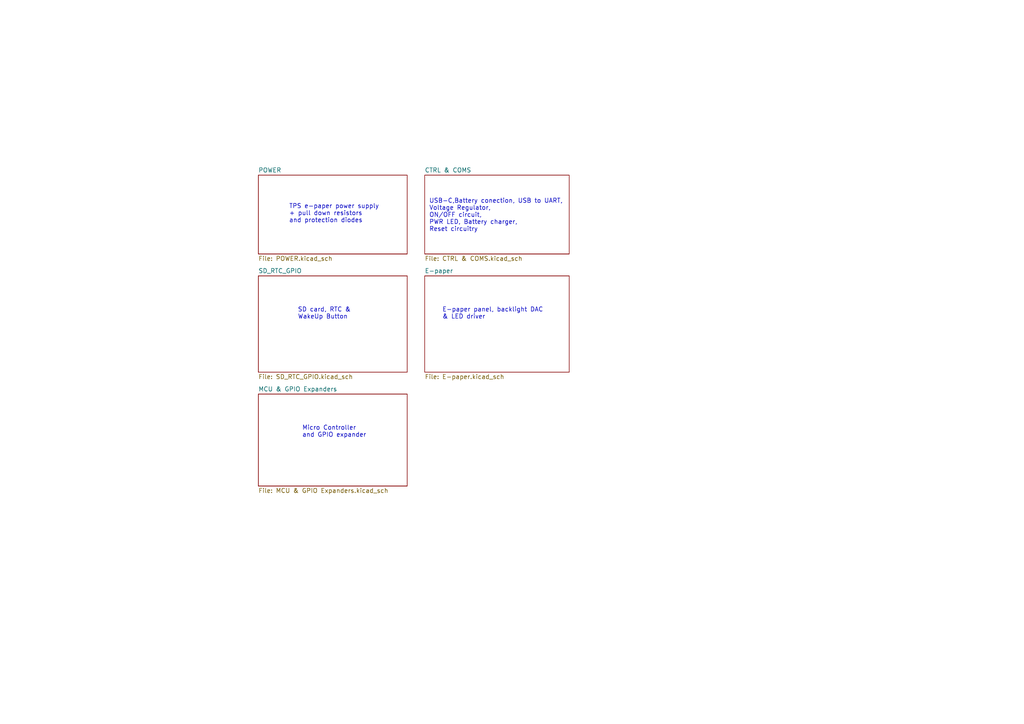
<source format=kicad_sch>
(kicad_sch (version 20211123) (generator eeschema)

  (uuid e63e39d7-6ac0-4ffd-8aa3-1841a4541b55)

  (paper "A4")

  (title_block
    (title "Soldered Inkplate 6FLICK Gen2")
    (date "2023-11-27")
    (rev "V1.0.0")
    (company "SOLDERED")
    (comment 1 "333312")
  )

  (lib_symbols
  )


  (text "USB-C,Battery conection, USB to UART,\nVoltage Regulator, \nON/OFF circuit, \nPWR LED, Battery charger,\nReset circuitry"
    (at 124.46 67.31 0)
    (effects (font (size 1.27 1.27)) (justify left bottom))
    (uuid 30b9935a-4b00-461b-abbd-6f2ea5754a59)
  )
  (text "TPS e-paper power supply\n+ pull down resistors\nand protection diodes"
    (at 83.82 64.77 0)
    (effects (font (size 1.27 1.27)) (justify left bottom))
    (uuid 582db9a0-2a3a-442d-87be-5b6c25fbe401)
  )
  (text "Micro Controller \nand GPIO expander" (at 87.63 127 0)
    (effects (font (size 1.27 1.27)) (justify left bottom))
    (uuid 6bf470bb-0c25-418a-8f61-2ef365930add)
  )
  (text "SD card, RTC &\nWakeUp Button" (at 86.36 92.71 0)
    (effects (font (size 1.27 1.27)) (justify left bottom))
    (uuid da0b93a7-71cb-4f81-b753-ef750e268679)
  )
  (text "E-paper panel, backlight DAC\n& LED driver" (at 128.27 92.71 0)
    (effects (font (size 1.27 1.27)) (justify left bottom))
    (uuid e1967ff5-318a-49c9-8500-9ebe22788127)
  )

  (sheet (at 74.93 80.01) (size 43.18 27.94) (fields_autoplaced)
    (stroke (width 0.1524) (type solid) (color 0 0 0 0))
    (fill (color 0 0 0 0.0000))
    (uuid 35978dfb-eb22-4ecb-8ca6-b91454f2fce3)
    (property "Sheet name" "SD_RTC_GPIO" (id 0) (at 74.93 79.2984 0)
      (effects (font (size 1.27 1.27)) (justify left bottom))
    )
    (property "Sheet file" "SD_RTC_GPIO.kicad_sch" (id 1) (at 74.93 108.5346 0)
      (effects (font (size 1.27 1.27)) (justify left top))
    )
  )

  (sheet (at 74.93 114.3) (size 43.18 26.67) (fields_autoplaced)
    (stroke (width 0.1524) (type solid) (color 0 0 0 0))
    (fill (color 0 0 0 0.0000))
    (uuid 45d5c047-b965-42c1-83e0-3ab2d6d33991)
    (property "Sheet name" "MCU & GPIO Expanders" (id 0) (at 74.93 113.5884 0)
      (effects (font (size 1.27 1.27)) (justify left bottom))
    )
    (property "Sheet file" "MCU & GPIO Expanders.kicad_sch" (id 1) (at 74.93 141.5546 0)
      (effects (font (size 1.27 1.27)) (justify left top))
    )
  )

  (sheet (at 123.19 50.8) (size 41.91 22.86) (fields_autoplaced)
    (stroke (width 0.1524) (type solid) (color 0 0 0 0))
    (fill (color 0 0 0 0.0000))
    (uuid 52e09702-7efd-4a40-a198-17a8cd00b396)
    (property "Sheet name" "CTRL & COMS" (id 0) (at 123.19 50.0884 0)
      (effects (font (size 1.27 1.27)) (justify left bottom))
    )
    (property "Sheet file" "CTRL & COMS.kicad_sch" (id 1) (at 123.19 74.2446 0)
      (effects (font (size 1.27 1.27)) (justify left top))
    )
  )

  (sheet (at 74.93 50.8) (size 43.18 22.86) (fields_autoplaced)
    (stroke (width 0.1524) (type solid) (color 0 0 0 0))
    (fill (color 0 0 0 0.0000))
    (uuid 6316acb7-63a1-40e7-8695-2822d4a240b5)
    (property "Sheet name" "POWER" (id 0) (at 74.93 50.0884 0)
      (effects (font (size 1.27 1.27)) (justify left bottom))
    )
    (property "Sheet file" "POWER.kicad_sch" (id 1) (at 74.93 74.2446 0)
      (effects (font (size 1.27 1.27)) (justify left top))
    )
  )

  (sheet (at 123.19 80.01) (size 41.91 27.94) (fields_autoplaced)
    (stroke (width 0.1524) (type solid) (color 0 0 0 0))
    (fill (color 0 0 0 0.0000))
    (uuid 76d4bf92-edc2-4eda-bcab-e5c0b2f7425c)
    (property "Sheet name" "E-paper" (id 0) (at 123.19 79.2984 0)
      (effects (font (size 1.27 1.27)) (justify left bottom))
    )
    (property "Sheet file" "E-paper.kicad_sch" (id 1) (at 123.19 108.5346 0)
      (effects (font (size 1.27 1.27)) (justify left top))
    )
  )

  (sheet_instances
    (path "/" (page "1"))
    (path "/6316acb7-63a1-40e7-8695-2822d4a240b5" (page "2"))
    (path "/52e09702-7efd-4a40-a198-17a8cd00b396" (page "3"))
    (path "/35978dfb-eb22-4ecb-8ca6-b91454f2fce3" (page "4"))
    (path "/76d4bf92-edc2-4eda-bcab-e5c0b2f7425c" (page "5"))
    (path "/45d5c047-b965-42c1-83e0-3ab2d6d33991" (page "6"))
  )

  (symbol_instances
    (path "/6316acb7-63a1-40e7-8695-2822d4a240b5/cc443870-95c4-4c31-882a-1c3fbcf7b0c2"
      (reference "#PWR01") (unit 1) (value "GND") (footprint "")
    )
    (path "/6316acb7-63a1-40e7-8695-2822d4a240b5/f2c46314-84ea-4f10-8742-a38a82344d5e"
      (reference "#PWR02") (unit 1) (value "VNEG") (footprint "")
    )
    (path "/6316acb7-63a1-40e7-8695-2822d4a240b5/b1bf0979-c741-4128-a9bf-b3f4110bbcb0"
      (reference "#PWR03") (unit 1) (value "GND") (footprint "")
    )
    (path "/6316acb7-63a1-40e7-8695-2822d4a240b5/117e929d-f17d-489e-a8a3-0b1dce8999e7"
      (reference "#PWR04") (unit 1) (value "GND") (footprint "")
    )
    (path "/6316acb7-63a1-40e7-8695-2822d4a240b5/c8084700-da0b-4f3d-8d31-eb8274d37f09"
      (reference "#PWR05") (unit 1) (value "3V3") (footprint "")
    )
    (path "/6316acb7-63a1-40e7-8695-2822d4a240b5/317e242a-fc94-41fd-8e86-30d2c1650759"
      (reference "#PWR06") (unit 1) (value "GND") (footprint "")
    )
    (path "/6316acb7-63a1-40e7-8695-2822d4a240b5/ecd41174-78ae-4151-b616-64312a115550"
      (reference "#PWR07") (unit 1) (value "VIN") (footprint "")
    )
    (path "/6316acb7-63a1-40e7-8695-2822d4a240b5/af29f1af-4417-4f22-a8c5-39ca9003935d"
      (reference "#PWR08") (unit 1) (value "GND") (footprint "")
    )
    (path "/6316acb7-63a1-40e7-8695-2822d4a240b5/226355de-58e6-4382-b81d-eb5574981c21"
      (reference "#PWR09") (unit 1) (value "GND") (footprint "")
    )
    (path "/6316acb7-63a1-40e7-8695-2822d4a240b5/93cf61f6-0eae-4b9b-b38e-acc536badde7"
      (reference "#PWR013") (unit 1) (value "GND") (footprint "")
    )
    (path "/6316acb7-63a1-40e7-8695-2822d4a240b5/ab5396f8-427c-4e37-9624-94ce7126d8c1"
      (reference "#PWR016") (unit 1) (value "GND") (footprint "")
    )
    (path "/6316acb7-63a1-40e7-8695-2822d4a240b5/be957946-3830-4060-abd8-5d63e0456e40"
      (reference "#PWR017") (unit 1) (value "GND") (footprint "")
    )
    (path "/6316acb7-63a1-40e7-8695-2822d4a240b5/e94817df-7d70-47d0-862c-8c59dfc32761"
      (reference "#PWR018") (unit 1) (value "VIN") (footprint "")
    )
    (path "/6316acb7-63a1-40e7-8695-2822d4a240b5/936cb7dc-ecc2-4e38-b2c3-213cab68d06b"
      (reference "#PWR019") (unit 1) (value "GND") (footprint "")
    )
    (path "/6316acb7-63a1-40e7-8695-2822d4a240b5/2a6458b5-6846-4a03-b0c8-4671bc486c50"
      (reference "#PWR020") (unit 1) (value "GND") (footprint "")
    )
    (path "/6316acb7-63a1-40e7-8695-2822d4a240b5/dc4521ca-d1c3-45ae-ba8c-684a1c8feba3"
      (reference "#PWR021") (unit 1) (value "GND") (footprint "")
    )
    (path "/6316acb7-63a1-40e7-8695-2822d4a240b5/74b5b296-9fe7-44d8-86e8-7daabc6561b1"
      (reference "#PWR022") (unit 1) (value "GND") (footprint "")
    )
    (path "/6316acb7-63a1-40e7-8695-2822d4a240b5/73d427d5-9182-4b65-a364-5c457d6762a9"
      (reference "#PWR023") (unit 1) (value "VIN") (footprint "")
    )
    (path "/6316acb7-63a1-40e7-8695-2822d4a240b5/2c9ee86e-12b4-45ae-ab79-c8633209abf2"
      (reference "#PWR024") (unit 1) (value "GND") (footprint "")
    )
    (path "/6316acb7-63a1-40e7-8695-2822d4a240b5/8448f352-f1bb-4708-bec2-ee186f93b1f0"
      (reference "#PWR025") (unit 1) (value "VNEG") (footprint "")
    )
    (path "/6316acb7-63a1-40e7-8695-2822d4a240b5/812d2ca1-8c48-4632-b96d-c9548abee016"
      (reference "#PWR026") (unit 1) (value "GND") (footprint "")
    )
    (path "/6316acb7-63a1-40e7-8695-2822d4a240b5/9bc91da0-0930-40c9-a428-f11be139eb12"
      (reference "#PWR027") (unit 1) (value "VPOS") (footprint "")
    )
    (path "/6316acb7-63a1-40e7-8695-2822d4a240b5/a45442c0-9d21-4a39-a146-5bb8a82144a3"
      (reference "#PWR028") (unit 1) (value "GND") (footprint "")
    )
    (path "/6316acb7-63a1-40e7-8695-2822d4a240b5/5b6e3898-e35c-47cc-80c8-3557bc05e685"
      (reference "#PWR029") (unit 1) (value "VDDH") (footprint "")
    )
    (path "/6316acb7-63a1-40e7-8695-2822d4a240b5/2a38ac1a-d81c-483d-ad7a-b9b1b9098892"
      (reference "#PWR030") (unit 1) (value "GND") (footprint "")
    )
    (path "/6316acb7-63a1-40e7-8695-2822d4a240b5/4be1cee2-a15e-46bb-b636-7b7b95d7450e"
      (reference "#PWR031") (unit 1) (value "GND") (footprint "")
    )
    (path "/6316acb7-63a1-40e7-8695-2822d4a240b5/9a441871-eb22-4c72-ac35-2200feab42b2"
      (reference "#PWR032") (unit 1) (value "GND") (footprint "")
    )
    (path "/6316acb7-63a1-40e7-8695-2822d4a240b5/c094e4fa-d1aa-4361-8c19-905d3cdd1317"
      (reference "#PWR033") (unit 1) (value "3V3-EINK") (footprint "")
    )
    (path "/6316acb7-63a1-40e7-8695-2822d4a240b5/90b3f1d1-8667-4524-9263-02923128af3e"
      (reference "#PWR034") (unit 1) (value "3V3") (footprint "")
    )
    (path "/6316acb7-63a1-40e7-8695-2822d4a240b5/0c4fafd9-d3fa-455c-b2df-8d52afcfa20a"
      (reference "#PWR035") (unit 1) (value "GND") (footprint "")
    )
    (path "/6316acb7-63a1-40e7-8695-2822d4a240b5/b0ddb503-a391-46dd-bf77-8b8b2cf30231"
      (reference "#PWR036") (unit 1) (value "GND") (footprint "")
    )
    (path "/6316acb7-63a1-40e7-8695-2822d4a240b5/264e210d-d194-4e6c-8665-824968b65c33"
      (reference "#PWR037") (unit 1) (value "VEE") (footprint "")
    )
    (path "/6316acb7-63a1-40e7-8695-2822d4a240b5/9d51daf4-97ca-45bc-9d5c-2bfcfaf6875d"
      (reference "#PWR038") (unit 1) (value "VPOS") (footprint "")
    )
    (path "/6316acb7-63a1-40e7-8695-2822d4a240b5/991f0149-2129-43f5-b512-8a3a239e334e"
      (reference "#PWR039") (unit 1) (value "GND") (footprint "")
    )
    (path "/6316acb7-63a1-40e7-8695-2822d4a240b5/01e988da-5e38-4b10-bd0b-4c6b0b7ce455"
      (reference "#PWR040") (unit 1) (value "VIN") (footprint "")
    )
    (path "/6316acb7-63a1-40e7-8695-2822d4a240b5/81867adc-5032-40cc-a9f7-86bcb8dbe1d0"
      (reference "#PWR041") (unit 1) (value "VDDH") (footprint "")
    )
    (path "/6316acb7-63a1-40e7-8695-2822d4a240b5/bc855ec1-78de-4230-883c-05cffff3c6c7"
      (reference "#PWR042") (unit 1) (value "VEE") (footprint "")
    )
    (path "/6316acb7-63a1-40e7-8695-2822d4a240b5/dc4d8133-067d-42ec-b8cf-0b00dfb778ed"
      (reference "#PWR043") (unit 1) (value "3V3-EINK") (footprint "")
    )
    (path "/6316acb7-63a1-40e7-8695-2822d4a240b5/d1c47f4a-c594-42e0-8254-4c7964b12ed5"
      (reference "#PWR044") (unit 1) (value "GND") (footprint "")
    )
    (path "/6316acb7-63a1-40e7-8695-2822d4a240b5/8f600e15-43ff-418a-b10d-266b258e7e96"
      (reference "#PWR045") (unit 1) (value "GND") (footprint "")
    )
    (path "/6316acb7-63a1-40e7-8695-2822d4a240b5/eb1920c2-67c1-466a-a7c9-b984b617ff6a"
      (reference "#PWR046") (unit 1) (value "VDDH") (footprint "")
    )
    (path "/6316acb7-63a1-40e7-8695-2822d4a240b5/e0ee2b78-a7d5-4d4c-a1fc-68c32aabe149"
      (reference "#PWR047") (unit 1) (value "GND") (footprint "")
    )
    (path "/6316acb7-63a1-40e7-8695-2822d4a240b5/8e299ddc-1f56-4137-a8ec-cd5521d55593"
      (reference "#PWR048") (unit 1) (value "GND") (footprint "")
    )
    (path "/6316acb7-63a1-40e7-8695-2822d4a240b5/0a2861c7-a509-4461-8924-97e0675c528b"
      (reference "#PWR049") (unit 1) (value "VNEG") (footprint "")
    )
    (path "/6316acb7-63a1-40e7-8695-2822d4a240b5/1aa53683-ba4d-40df-8cc3-e8392bbe7ccf"
      (reference "#PWR050") (unit 1) (value "GND") (footprint "")
    )
    (path "/6316acb7-63a1-40e7-8695-2822d4a240b5/9dd515c6-dfd3-4fc5-abe2-a9b8d2b98a2f"
      (reference "#PWR051") (unit 1) (value "GND") (footprint "")
    )
    (path "/6316acb7-63a1-40e7-8695-2822d4a240b5/1b2afd57-d1a0-4fee-a173-2bd4ec4407d2"
      (reference "#PWR052") (unit 1) (value "VPOS") (footprint "")
    )
    (path "/6316acb7-63a1-40e7-8695-2822d4a240b5/f8ffdbf9-0674-41ec-af69-a8c71090d156"
      (reference "#PWR053") (unit 1) (value "GND") (footprint "")
    )
    (path "/6316acb7-63a1-40e7-8695-2822d4a240b5/8d7b65f4-0311-4f29-b834-3006df46024f"
      (reference "#PWR054") (unit 1) (value "GND") (footprint "")
    )
    (path "/6316acb7-63a1-40e7-8695-2822d4a240b5/4770ef60-21bb-4d72-93b1-855cef6e8fb9"
      (reference "#PWR055") (unit 1) (value "VEE") (footprint "")
    )
    (path "/6316acb7-63a1-40e7-8695-2822d4a240b5/67d3073d-728e-4b1f-baea-18126e875c69"
      (reference "#PWR056") (unit 1) (value "VBAT") (footprint "")
    )
    (path "/52e09702-7efd-4a40-a198-17a8cd00b396/b38b3f9b-98af-4f6d-98dd-483e2b1839fd"
      (reference "#PWR057") (unit 1) (value "GND") (footprint "")
    )
    (path "/52e09702-7efd-4a40-a198-17a8cd00b396/65a16ee7-eda9-4794-8f31-73e4784361b4"
      (reference "#PWR058") (unit 1) (value "GND") (footprint "")
    )
    (path "/52e09702-7efd-4a40-a198-17a8cd00b396/1ee3d08b-5e97-4ce8-b412-2bbe0821003f"
      (reference "#PWR059") (unit 1) (value "VUSB") (footprint "")
    )
    (path "/52e09702-7efd-4a40-a198-17a8cd00b396/2201cb69-5629-4a77-a789-5605223bbf8b"
      (reference "#PWR060") (unit 1) (value "GND") (footprint "")
    )
    (path "/52e09702-7efd-4a40-a198-17a8cd00b396/7ec0a6fe-a19b-4013-846d-6778e178b932"
      (reference "#PWR061") (unit 1) (value "3V3") (footprint "")
    )
    (path "/52e09702-7efd-4a40-a198-17a8cd00b396/4a942033-4cea-4308-b87e-ca01166e0994"
      (reference "#PWR062") (unit 1) (value "GND") (footprint "")
    )
    (path "/52e09702-7efd-4a40-a198-17a8cd00b396/84abc596-eb84-4327-8ff3-7c345faf83f7"
      (reference "#PWR063") (unit 1) (value "GND") (footprint "")
    )
    (path "/52e09702-7efd-4a40-a198-17a8cd00b396/a300beee-707d-49f0-93c0-40254aea715b"
      (reference "#PWR064") (unit 1) (value "GND") (footprint "")
    )
    (path "/52e09702-7efd-4a40-a198-17a8cd00b396/13b9607d-c3ef-495b-8916-1feeba3351f9"
      (reference "#PWR065") (unit 1) (value "GND") (footprint "")
    )
    (path "/52e09702-7efd-4a40-a198-17a8cd00b396/e4d08b27-71c6-4307-b717-ac40029986d8"
      (reference "#PWR066") (unit 1) (value "3V3") (footprint "")
    )
    (path "/52e09702-7efd-4a40-a198-17a8cd00b396/b4e563bd-148a-4797-96e5-0abdb0c87cd3"
      (reference "#PWR067") (unit 1) (value "VUSB") (footprint "")
    )
    (path "/52e09702-7efd-4a40-a198-17a8cd00b396/5f4fdf21-0860-40eb-aa5f-d03b819ea335"
      (reference "#PWR068") (unit 1) (value "GND") (footprint "")
    )
    (path "/52e09702-7efd-4a40-a198-17a8cd00b396/9e9a0656-6fb0-4db2-806a-b445584e62a5"
      (reference "#PWR069") (unit 1) (value "3V3") (footprint "")
    )
    (path "/52e09702-7efd-4a40-a198-17a8cd00b396/1a2cca98-d563-4545-b936-036b910e36ae"
      (reference "#PWR072") (unit 1) (value "3V3") (footprint "")
    )
    (path "/52e09702-7efd-4a40-a198-17a8cd00b396/d7885b9b-5d9f-4fb6-b9e7-9c645d50f9b5"
      (reference "#PWR073") (unit 1) (value "VBAT") (footprint "")
    )
    (path "/52e09702-7efd-4a40-a198-17a8cd00b396/e57e5a80-f406-4c46-b2ae-48de8b49ae28"
      (reference "#PWR074") (unit 1) (value "GND") (footprint "")
    )
    (path "/52e09702-7efd-4a40-a198-17a8cd00b396/f5617141-6459-4017-83bd-085dcc0dbaa8"
      (reference "#PWR075") (unit 1) (value "GND") (footprint "")
    )
    (path "/52e09702-7efd-4a40-a198-17a8cd00b396/725e2803-fd0e-4be9-a5a4-b698ae701e2a"
      (reference "#PWR076") (unit 1) (value "GND") (footprint "")
    )
    (path "/52e09702-7efd-4a40-a198-17a8cd00b396/3e7976ab-08d5-4f94-96bb-1aa9d813b132"
      (reference "#PWR077") (unit 1) (value "VBAT") (footprint "")
    )
    (path "/52e09702-7efd-4a40-a198-17a8cd00b396/f50d7007-15d5-46d7-ab4c-b418c40819bc"
      (reference "#PWR079") (unit 1) (value "VUSB") (footprint "")
    )
    (path "/52e09702-7efd-4a40-a198-17a8cd00b396/665f88de-3214-491f-b22d-c02851ca3460"
      (reference "#PWR080") (unit 1) (value "VIN") (footprint "")
    )
    (path "/52e09702-7efd-4a40-a198-17a8cd00b396/315c9ca5-e05c-44bb-9d88-30d1f8620bc4"
      (reference "#PWR081") (unit 1) (value "GND") (footprint "")
    )
    (path "/52e09702-7efd-4a40-a198-17a8cd00b396/b4167ae5-787c-4566-8a6c-d3147ed8f508"
      (reference "#PWR082") (unit 1) (value "VBAT") (footprint "")
    )
    (path "/52e09702-7efd-4a40-a198-17a8cd00b396/07c841ec-3e6f-4434-859d-55e953afda2b"
      (reference "#PWR083") (unit 1) (value "3V3") (footprint "")
    )
    (path "/52e09702-7efd-4a40-a198-17a8cd00b396/98965265-c044-4b8a-a367-a13c2b9f2701"
      (reference "#PWR084") (unit 1) (value "GND") (footprint "")
    )
    (path "/52e09702-7efd-4a40-a198-17a8cd00b396/a543086b-07d8-4162-8dd9-49fac573aa7b"
      (reference "#PWR085") (unit 1) (value "GND") (footprint "")
    )
    (path "/52e09702-7efd-4a40-a198-17a8cd00b396/c2fbcdc7-2f42-4c8d-884c-c3afad90b011"
      (reference "#PWR086") (unit 1) (value "GND") (footprint "")
    )
    (path "/52e09702-7efd-4a40-a198-17a8cd00b396/51e422c5-342e-48fb-a8a3-6a1c5f037b1e"
      (reference "#PWR087") (unit 1) (value "GND") (footprint "")
    )
    (path "/52e09702-7efd-4a40-a198-17a8cd00b396/5744e509-48c8-4c58-8c9e-a2f96df0d54c"
      (reference "#PWR088") (unit 1) (value "GND") (footprint "")
    )
    (path "/52e09702-7efd-4a40-a198-17a8cd00b396/e037cc7a-bec7-4505-9bf4-4dd4788f9d38"
      (reference "#PWR089") (unit 1) (value "VUSB") (footprint "")
    )
    (path "/52e09702-7efd-4a40-a198-17a8cd00b396/eb2e0d38-c5d6-4cc6-98e6-b5a864e70bed"
      (reference "#PWR090") (unit 1) (value "GND") (footprint "")
    )
    (path "/52e09702-7efd-4a40-a198-17a8cd00b396/f302893e-75ec-4c1d-b900-0bcf1b838e2e"
      (reference "#PWR091") (unit 1) (value "3V3") (footprint "")
    )
    (path "/52e09702-7efd-4a40-a198-17a8cd00b396/7db77533-d79d-4ea6-b83c-bfcd6cdae0e2"
      (reference "#PWR092") (unit 1) (value "GND") (footprint "")
    )
    (path "/52e09702-7efd-4a40-a198-17a8cd00b396/f7a962e1-cbbd-4fb3-905d-849587a40cd7"
      (reference "#PWR093") (unit 1) (value "VIN") (footprint "")
    )
    (path "/52e09702-7efd-4a40-a198-17a8cd00b396/6b789125-f979-4566-8674-4bd580c1527f"
      (reference "#PWR094") (unit 1) (value "VUSB") (footprint "")
    )
    (path "/52e09702-7efd-4a40-a198-17a8cd00b396/3b8b2f00-4a7d-4abc-9bc3-54f2ef52080d"
      (reference "#PWR095") (unit 1) (value "GND") (footprint "")
    )
    (path "/52e09702-7efd-4a40-a198-17a8cd00b396/59921764-dd38-4cf2-8956-d27183054e3e"
      (reference "#PWR096") (unit 1) (value "VBAT") (footprint "")
    )
    (path "/52e09702-7efd-4a40-a198-17a8cd00b396/5e132854-e527-473a-ba69-be966c278430"
      (reference "#PWR097") (unit 1) (value "GND") (footprint "")
    )
    (path "/52e09702-7efd-4a40-a198-17a8cd00b396/1e3b534f-d69f-4273-ac1a-07ebd1da60ee"
      (reference "#PWR098") (unit 1) (value "VIN") (footprint "")
    )
    (path "/52e09702-7efd-4a40-a198-17a8cd00b396/7b4b1c29-e16e-4668-8e58-9732655076a5"
      (reference "#PWR099") (unit 1) (value "GND") (footprint "")
    )
    (path "/52e09702-7efd-4a40-a198-17a8cd00b396/1ebfb8b4-7cff-4529-9ddf-b1e8614d2984"
      (reference "#PWR0100") (unit 1) (value "VIN") (footprint "")
    )
    (path "/52e09702-7efd-4a40-a198-17a8cd00b396/ed6f15be-23bd-4184-9a19-cf02a4499c42"
      (reference "#PWR0101") (unit 1) (value "GND") (footprint "")
    )
    (path "/52e09702-7efd-4a40-a198-17a8cd00b396/baa40f50-b423-496b-a0d4-d95dd791c44d"
      (reference "#PWR0102") (unit 1) (value "GND") (footprint "")
    )
    (path "/52e09702-7efd-4a40-a198-17a8cd00b396/b4617f09-f65c-43da-b492-55da0a91aeae"
      (reference "#PWR0103") (unit 1) (value "GND") (footprint "")
    )
    (path "/52e09702-7efd-4a40-a198-17a8cd00b396/d898c473-519a-4f94-98cf-bcb110204a27"
      (reference "#PWR0104") (unit 1) (value "3V3") (footprint "")
    )
    (path "/52e09702-7efd-4a40-a198-17a8cd00b396/93d0c0f8-ef11-485e-b7de-bb4228938c79"
      (reference "#PWR0105") (unit 1) (value "GND") (footprint "")
    )
    (path "/35978dfb-eb22-4ecb-8ca6-b91454f2fce3/de1cfd7c-318f-4d89-ab17-c444ea0aa266"
      (reference "#PWR0106") (unit 1) (value "GND") (footprint "")
    )
    (path "/35978dfb-eb22-4ecb-8ca6-b91454f2fce3/42bcded6-6802-4b1c-a9a7-30a9314a5805"
      (reference "#PWR0107") (unit 1) (value "3V3") (footprint "")
    )
    (path "/35978dfb-eb22-4ecb-8ca6-b91454f2fce3/89cb9c0f-b2c4-4546-b1af-a7b0f95e1513"
      (reference "#PWR0108") (unit 1) (value "GND") (footprint "")
    )
    (path "/35978dfb-eb22-4ecb-8ca6-b91454f2fce3/0217fe58-f616-4527-bf8e-4bc9b9472f3a"
      (reference "#PWR0109") (unit 1) (value "3V3") (footprint "")
    )
    (path "/35978dfb-eb22-4ecb-8ca6-b91454f2fce3/376ace33-373e-4df7-a76b-2544bf5b1f2b"
      (reference "#PWR0110") (unit 1) (value "3V3") (footprint "")
    )
    (path "/35978dfb-eb22-4ecb-8ca6-b91454f2fce3/727b7d3e-63fc-4631-a702-35c1e7bf47ad"
      (reference "#PWR0111") (unit 1) (value "3V3") (footprint "")
    )
    (path "/35978dfb-eb22-4ecb-8ca6-b91454f2fce3/9093e0e1-a064-4125-ad4c-e0c9878d3db7"
      (reference "#PWR0112") (unit 1) (value "GND") (footprint "")
    )
    (path "/35978dfb-eb22-4ecb-8ca6-b91454f2fce3/ecf67e59-0f8e-4756-9a5c-c4a5aa2ceed0"
      (reference "#PWR0113") (unit 1) (value "GND") (footprint "")
    )
    (path "/35978dfb-eb22-4ecb-8ca6-b91454f2fce3/f71acd28-5c0f-4737-a3a2-8fe52254eb81"
      (reference "#PWR0114") (unit 1) (value "GND") (footprint "")
    )
    (path "/35978dfb-eb22-4ecb-8ca6-b91454f2fce3/717ef8bf-c6ca-49a0-8ddc-bbf9cb02aa75"
      (reference "#PWR0115") (unit 1) (value "3V3") (footprint "")
    )
    (path "/35978dfb-eb22-4ecb-8ca6-b91454f2fce3/d13e1c22-0850-4bee-b492-de41720d7cfe"
      (reference "#PWR0116") (unit 1) (value "GND") (footprint "")
    )
    (path "/35978dfb-eb22-4ecb-8ca6-b91454f2fce3/05f4eff1-02fe-43c1-9ad8-bce808bd27c4"
      (reference "#PWR0117") (unit 1) (value "GND") (footprint "")
    )
    (path "/76d4bf92-edc2-4eda-bcab-e5c0b2f7425c/6d64419c-e339-49a9-af24-c32bc2d918e9"
      (reference "#PWR0118") (unit 1) (value "GND") (footprint "")
    )
    (path "/76d4bf92-edc2-4eda-bcab-e5c0b2f7425c/939bf2a1-5db0-416d-be55-f815e03ea14a"
      (reference "#PWR0119") (unit 1) (value "GND") (footprint "")
    )
    (path "/76d4bf92-edc2-4eda-bcab-e5c0b2f7425c/4d25ac2f-02da-462c-8204-2424d9954741"
      (reference "#PWR0120") (unit 1) (value "3V3") (footprint "")
    )
    (path "/76d4bf92-edc2-4eda-bcab-e5c0b2f7425c/c80dd7b3-699d-4aed-92ac-e5e86f6ff039"
      (reference "#PWR0121") (unit 1) (value "3V3") (footprint "")
    )
    (path "/76d4bf92-edc2-4eda-bcab-e5c0b2f7425c/619eefaf-a4e2-47aa-90f2-7885c9f0cb99"
      (reference "#PWR0122") (unit 1) (value "GND") (footprint "")
    )
    (path "/76d4bf92-edc2-4eda-bcab-e5c0b2f7425c/8ee022f6-48e6-4073-93c1-23afc1e43caf"
      (reference "#PWR0123") (unit 1) (value "GND") (footprint "")
    )
    (path "/76d4bf92-edc2-4eda-bcab-e5c0b2f7425c/d5b798c9-2856-4a0b-95b8-6a0ce774687c"
      (reference "#PWR0124") (unit 1) (value "GND") (footprint "")
    )
    (path "/76d4bf92-edc2-4eda-bcab-e5c0b2f7425c/4a68f70f-e7fd-47d8-a2c9-014bd2ccf437"
      (reference "#PWR0125") (unit 1) (value "GND") (footprint "")
    )
    (path "/76d4bf92-edc2-4eda-bcab-e5c0b2f7425c/b31d641d-0a28-4625-9098-6277b12fdc69"
      (reference "#PWR0126") (unit 1) (value "3V3") (footprint "")
    )
    (path "/76d4bf92-edc2-4eda-bcab-e5c0b2f7425c/426eec9b-5c1f-4e7e-b19e-ac6107115511"
      (reference "#PWR0127") (unit 1) (value "GND") (footprint "")
    )
    (path "/76d4bf92-edc2-4eda-bcab-e5c0b2f7425c/9d99fd51-24e8-4b04-9c6a-8939bd67926b"
      (reference "#PWR0128") (unit 1) (value "GND") (footprint "")
    )
    (path "/76d4bf92-edc2-4eda-bcab-e5c0b2f7425c/e58945e2-9975-4f96-8107-1128f2f2f012"
      (reference "#PWR0129") (unit 1) (value "GND") (footprint "")
    )
    (path "/76d4bf92-edc2-4eda-bcab-e5c0b2f7425c/2fe13396-1be8-4f7e-96a0-87e6e9daa8bf"
      (reference "#PWR0130") (unit 1) (value "GND") (footprint "")
    )
    (path "/76d4bf92-edc2-4eda-bcab-e5c0b2f7425c/ce930139-6046-4815-bea9-03e3a4cf10dc"
      (reference "#PWR0131") (unit 1) (value "GND") (footprint "")
    )
    (path "/76d4bf92-edc2-4eda-bcab-e5c0b2f7425c/214e5e78-3d9c-4a58-b643-8347cc7889f8"
      (reference "#PWR0132") (unit 1) (value "GND") (footprint "")
    )
    (path "/76d4bf92-edc2-4eda-bcab-e5c0b2f7425c/f3db00b7-0825-4f69-a8d8-96c20a8cd49e"
      (reference "#PWR0133") (unit 1) (value "VIN") (footprint "")
    )
    (path "/76d4bf92-edc2-4eda-bcab-e5c0b2f7425c/b5c81938-67ba-4b2f-82c4-6bf73d4fa7a1"
      (reference "#PWR0134") (unit 1) (value "GND") (footprint "")
    )
    (path "/76d4bf92-edc2-4eda-bcab-e5c0b2f7425c/ed696486-e1f5-4831-a61c-50e046c63e81"
      (reference "#PWR0135") (unit 1) (value "GND") (footprint "")
    )
    (path "/76d4bf92-edc2-4eda-bcab-e5c0b2f7425c/955e2a20-698d-4df9-af50-18f59c2d27bb"
      (reference "#PWR0136") (unit 1) (value "GND") (footprint "")
    )
    (path "/76d4bf92-edc2-4eda-bcab-e5c0b2f7425c/457a8408-30ed-4411-a76a-a4c1ee80fbbb"
      (reference "#PWR0137") (unit 1) (value "3V3-EINK") (footprint "")
    )
    (path "/76d4bf92-edc2-4eda-bcab-e5c0b2f7425c/a2740017-2765-4a4e-8c36-dfa14dfae674"
      (reference "#PWR0138") (unit 1) (value "VNEG") (footprint "")
    )
    (path "/76d4bf92-edc2-4eda-bcab-e5c0b2f7425c/36068607-22e2-4156-ba7e-cd45aff11ed1"
      (reference "#PWR0139") (unit 1) (value "VEE") (footprint "")
    )
    (path "/76d4bf92-edc2-4eda-bcab-e5c0b2f7425c/343645f1-3868-4ea9-9457-7a9101f44d24"
      (reference "#PWR0140") (unit 1) (value "VDDH") (footprint "")
    )
    (path "/76d4bf92-edc2-4eda-bcab-e5c0b2f7425c/659ab7b0-2c55-4fe6-a021-b6cbea7e061c"
      (reference "#PWR0141") (unit 1) (value "VPOS") (footprint "")
    )
    (path "/76d4bf92-edc2-4eda-bcab-e5c0b2f7425c/c020c2f0-46f7-4e2d-9b37-4b3306de48a9"
      (reference "#PWR0142") (unit 1) (value "VDDH") (footprint "")
    )
    (path "/76d4bf92-edc2-4eda-bcab-e5c0b2f7425c/60837f00-7d61-4478-b0cf-a89a2dc0024f"
      (reference "#PWR0143") (unit 1) (value "VPOS") (footprint "")
    )
    (path "/76d4bf92-edc2-4eda-bcab-e5c0b2f7425c/dfc39ab0-3a43-4e57-a765-d4aa633aa961"
      (reference "#PWR0144") (unit 1) (value "3V3-EINK") (footprint "")
    )
    (path "/76d4bf92-edc2-4eda-bcab-e5c0b2f7425c/0da748b1-f292-47a8-887b-53d007706c5b"
      (reference "#PWR0145") (unit 1) (value "GND") (footprint "")
    )
    (path "/76d4bf92-edc2-4eda-bcab-e5c0b2f7425c/696cd06a-a11a-43c8-944e-f9c691b68a5d"
      (reference "#PWR0146") (unit 1) (value "GND") (footprint "")
    )
    (path "/76d4bf92-edc2-4eda-bcab-e5c0b2f7425c/567a5083-4d1a-40a3-8ba6-0a94e8fe506b"
      (reference "#PWR0147") (unit 1) (value "VEE") (footprint "")
    )
    (path "/76d4bf92-edc2-4eda-bcab-e5c0b2f7425c/8fc2dc25-1c8b-4f0e-9472-bc36423d75f4"
      (reference "#PWR0148") (unit 1) (value "GND") (footprint "")
    )
    (path "/76d4bf92-edc2-4eda-bcab-e5c0b2f7425c/3aebc9ea-5906-43b1-9287-04e17ba86517"
      (reference "#PWR0149") (unit 1) (value "GND") (footprint "")
    )
    (path "/76d4bf92-edc2-4eda-bcab-e5c0b2f7425c/c58f4bea-6b61-49d3-8fef-0c3af44c9ce2"
      (reference "#PWR0150") (unit 1) (value "GND") (footprint "")
    )
    (path "/76d4bf92-edc2-4eda-bcab-e5c0b2f7425c/2da7c371-d2cc-4d9b-8462-59da804b1734"
      (reference "#PWR0151") (unit 1) (value "VNEG") (footprint "")
    )
    (path "/76d4bf92-edc2-4eda-bcab-e5c0b2f7425c/c9b84013-125d-4057-866e-7a947327bc35"
      (reference "#PWR0152") (unit 1) (value "GND") (footprint "")
    )
    (path "/76d4bf92-edc2-4eda-bcab-e5c0b2f7425c/f864f565-ef11-4e5a-95f6-d8440cf00d40"
      (reference "#PWR0153") (unit 1) (value "3V3-EINK") (footprint "")
    )
    (path "/45d5c047-b965-42c1-83e0-3ab2d6d33991/1917a321-9f02-4293-a64f-560082bc5893"
      (reference "#PWR0154") (unit 1) (value "GND") (footprint "")
    )
    (path "/45d5c047-b965-42c1-83e0-3ab2d6d33991/d23694fe-b59c-4ab9-bbd1-aa9986be262a"
      (reference "#PWR0155") (unit 1) (value "3V3") (footprint "")
    )
    (path "/45d5c047-b965-42c1-83e0-3ab2d6d33991/037a78c9-507b-478e-ab4d-9f51a4b3ec4f"
      (reference "#PWR0156") (unit 1) (value "GND") (footprint "")
    )
    (path "/45d5c047-b965-42c1-83e0-3ab2d6d33991/c5bacf31-d91f-4c39-92f8-f85924475006"
      (reference "#PWR0157") (unit 1) (value "GND") (footprint "")
    )
    (path "/45d5c047-b965-42c1-83e0-3ab2d6d33991/848e6c60-8509-4c49-8f79-e2650c519a8f"
      (reference "#PWR0158") (unit 1) (value "3V3") (footprint "")
    )
    (path "/45d5c047-b965-42c1-83e0-3ab2d6d33991/d6f545f2-87fb-4792-bb46-df4b568c7ff2"
      (reference "#PWR0159") (unit 1) (value "GND") (footprint "")
    )
    (path "/45d5c047-b965-42c1-83e0-3ab2d6d33991/b2ceed43-7742-4d7b-952b-e9f0baa07a34"
      (reference "#PWR0160") (unit 1) (value "3V3") (footprint "")
    )
    (path "/45d5c047-b965-42c1-83e0-3ab2d6d33991/9ae7af63-bd10-4ecc-b24b-b998f30c212a"
      (reference "#PWR0161") (unit 1) (value "GND") (footprint "")
    )
    (path "/45d5c047-b965-42c1-83e0-3ab2d6d33991/13706dee-cf7f-4dd9-937f-179c86c5a3ae"
      (reference "#PWR0162") (unit 1) (value "3V3") (footprint "")
    )
    (path "/45d5c047-b965-42c1-83e0-3ab2d6d33991/ca06d114-4e98-454c-b57b-f8ffbb330426"
      (reference "#PWR0163") (unit 1) (value "GND") (footprint "")
    )
    (path "/45d5c047-b965-42c1-83e0-3ab2d6d33991/267c9f1a-8028-4e0b-85d0-1b833d7195b1"
      (reference "#PWR0164") (unit 1) (value "3V3") (footprint "")
    )
    (path "/45d5c047-b965-42c1-83e0-3ab2d6d33991/b28d1e63-4f0a-498f-9373-ca3468ac7f56"
      (reference "#PWR0165") (unit 1) (value "GND") (footprint "")
    )
    (path "/45d5c047-b965-42c1-83e0-3ab2d6d33991/1ad0a1d6-b6a3-4ada-81d3-b2e2a902bdd3"
      (reference "#PWR0166") (unit 1) (value "3V3") (footprint "")
    )
    (path "/45d5c047-b965-42c1-83e0-3ab2d6d33991/e1a8c1e5-812e-4050-a08a-8a4e714d1384"
      (reference "#PWR0167") (unit 1) (value "3V3") (footprint "")
    )
    (path "/45d5c047-b965-42c1-83e0-3ab2d6d33991/a6c784ab-e42e-4da6-a210-c287248ffc02"
      (reference "#PWR0168") (unit 1) (value "GND") (footprint "")
    )
    (path "/45d5c047-b965-42c1-83e0-3ab2d6d33991/9cbb922d-b167-4cc5-b498-1442597bbc41"
      (reference "#PWR0169") (unit 1) (value "GND") (footprint "")
    )
    (path "/45d5c047-b965-42c1-83e0-3ab2d6d33991/98ba5ee4-118c-4dc5-a3b4-50d6a79c21bf"
      (reference "#PWR0170") (unit 1) (value "3V3") (footprint "")
    )
    (path "/45d5c047-b965-42c1-83e0-3ab2d6d33991/6964e12d-05fa-4bf3-bebe-00623e52f408"
      (reference "#PWR0171") (unit 1) (value "GND") (footprint "")
    )
    (path "/45d5c047-b965-42c1-83e0-3ab2d6d33991/91ba5ac8-10d9-43c2-a856-bf654af23d5e"
      (reference "#PWR0172") (unit 1) (value "3V3") (footprint "")
    )
    (path "/45d5c047-b965-42c1-83e0-3ab2d6d33991/7e1b1096-2146-438c-9cd2-3da5477b48ed"
      (reference "#PWR0173") (unit 1) (value "GND") (footprint "")
    )
    (path "/45d5c047-b965-42c1-83e0-3ab2d6d33991/6784831f-9581-4a27-9385-749331eaed9a"
      (reference "#PWR0174") (unit 1) (value "3V3") (footprint "")
    )
    (path "/52e09702-7efd-4a40-a198-17a8cd00b396/d8cfa335-87fd-4975-805f-4e2fa1c50530"
      (reference "#PWR0175") (unit 1) (value "GND") (footprint "")
    )
    (path "/52e09702-7efd-4a40-a198-17a8cd00b396/1e13ccef-5e5e-40dc-8e3d-fb1dd8b8ac25"
      (reference "#PWR0176") (unit 1) (value "GND") (footprint "")
    )
    (path "/52e09702-7efd-4a40-a198-17a8cd00b396/073bd6ff-0e34-40e7-8c82-6911d3c3d4ae"
      (reference "#PWR0177") (unit 1) (value "GND") (footprint "")
    )
    (path "/52e09702-7efd-4a40-a198-17a8cd00b396/74338e12-8a64-45a5-9838-30e462b7d300"
      (reference "#PWR0178") (unit 1) (value "GND") (footprint "")
    )
    (path "/35978dfb-eb22-4ecb-8ca6-b91454f2fce3/6f846f9c-c625-4e79-af71-c4b70030a8a0"
      (reference "#PWR0179") (unit 1) (value "GND") (footprint "")
    )
    (path "/76d4bf92-edc2-4eda-bcab-e5c0b2f7425c/70ac6e1d-0fb1-47b5-85a1-9a6ff9c9c501"
      (reference "#PWR0180") (unit 1) (value "GND") (footprint "")
    )
    (path "/76d4bf92-edc2-4eda-bcab-e5c0b2f7425c/6c7dd502-1936-458d-998a-83c543005ba4"
      (reference "#PWR0181") (unit 1) (value "GND") (footprint "")
    )
    (path "/45d5c047-b965-42c1-83e0-3ab2d6d33991/9e7587ff-7fc8-42dc-a399-df790c0edc78"
      (reference "#PWR0182") (unit 1) (value "3V3") (footprint "")
    )
    (path "/45d5c047-b965-42c1-83e0-3ab2d6d33991/60d94db7-3c99-44ac-a516-5fb7321d4f3f"
      (reference "#PWR0183") (unit 1) (value "3V3") (footprint "")
    )
    (path "/6316acb7-63a1-40e7-8695-2822d4a240b5/08fd7e94-533c-4672-b0b6-e35524f77fc7"
      (reference "C1") (unit 1) (value "4u7-TMK212AB7475KG-T") (footprint "e-radionica.com footprinti:0805C")
    )
    (path "/6316acb7-63a1-40e7-8695-2822d4a240b5/733796da-2bd8-4827-be0b-afc762dbe96a"
      (reference "C2") (unit 1) (value "4u7-TMK212AB7475KG-T") (footprint "e-radionica.com footprinti:0805C")
    )
    (path "/6316acb7-63a1-40e7-8695-2822d4a240b5/82a4bcad-171d-4f28-b966-050071838323"
      (reference "C3") (unit 1) (value "4u7-TMK212AB7475KG-T") (footprint "e-radionica.com footprinti:0805C")
    )
    (path "/6316acb7-63a1-40e7-8695-2822d4a240b5/daec9243-216f-4032-9d7e-587a22f5d8c9"
      (reference "C4") (unit 1) (value "4u7-TMK212AB7475KG-T") (footprint "e-radionica.com footprinti:0805C")
    )
    (path "/6316acb7-63a1-40e7-8695-2822d4a240b5/96cab6bc-d6be-4013-bf8e-f78d0086dc30"
      (reference "C5") (unit 1) (value "10u-GRM188R61E106KA73J") (footprint "e-radionica.com footprinti:0603C")
    )
    (path "/6316acb7-63a1-40e7-8695-2822d4a240b5/b3112930-2252-4a44-8c7c-f20c5d6954e7"
      (reference "C6") (unit 1) (value "4u7-TMK212AB7475KG-T") (footprint "e-radionica.com footprinti:0805C")
    )
    (path "/6316acb7-63a1-40e7-8695-2822d4a240b5/623bb5ab-2557-45e9-a1c1-e98d80212474"
      (reference "C7") (unit 1) (value "4u7-TMK212AB7475KG-T") (footprint "e-radionica.com footprinti:0805C")
    )
    (path "/6316acb7-63a1-40e7-8695-2822d4a240b5/db627d63-05e9-46bb-902d-01de069d222f"
      (reference "C8") (unit 1) (value "10u-GRM188R61E106KA73J") (footprint "e-radionica.com footprinti:0603C")
    )
    (path "/6316acb7-63a1-40e7-8695-2822d4a240b5/f1a7aaa9-1de2-45e2-972a-3fc5609f7a5e"
      (reference "C9") (unit 1) (value "4u7-TMK212AB7475KG-T") (footprint "e-radionica.com footprinti:0805C")
    )
    (path "/6316acb7-63a1-40e7-8695-2822d4a240b5/26f634e2-78b5-4173-b794-737266de1951"
      (reference "C10") (unit 1) (value "10u-GRM188R61E106KA73J") (footprint "e-radionica.com footprinti:0603C")
    )
    (path "/6316acb7-63a1-40e7-8695-2822d4a240b5/aa5ea8c4-0923-4a1c-a2ac-65f097d2fa88"
      (reference "C11") (unit 1) (value "4u7-TMK212AB7475KG-T") (footprint "e-radionica.com footprinti:0805C")
    )
    (path "/6316acb7-63a1-40e7-8695-2822d4a240b5/05ba4d1d-8942-4647-8aa7-b71fa08c0d48"
      (reference "C12") (unit 1) (value "4u7-TMK212AB7475KG-T") (footprint "e-radionica.com footprinti:0805C")
    )
    (path "/6316acb7-63a1-40e7-8695-2822d4a240b5/f0d79b90-9478-4dfc-887f-60d2cfb2b39c"
      (reference "C13") (unit 1) (value "4u7-TMK212AB7475KG-T") (footprint "e-radionica.com footprinti:0805C")
    )
    (path "/6316acb7-63a1-40e7-8695-2822d4a240b5/4e381ca6-c334-4cdf-a8b0-57cfa7c1f652"
      (reference "C14") (unit 1) (value "2u2-GRM188R61E225MA12D") (footprint "e-radionica.com footprinti:0603C")
    )
    (path "/6316acb7-63a1-40e7-8695-2822d4a240b5/d7aa7cc0-ad3c-4865-b37f-852f0b767b74"
      (reference "C15") (unit 1) (value "2u2-GRM188R61E225MA12D") (footprint "e-radionica.com footprinti:0603C")
    )
    (path "/6316acb7-63a1-40e7-8695-2822d4a240b5/532c8cbf-fdd2-43fe-be81-8deae8f0f477"
      (reference "C16") (unit 1) (value "10n-AC0603KRX7R8BB103") (footprint "e-radionica.com footprinti:0603C")
    )
    (path "/6316acb7-63a1-40e7-8695-2822d4a240b5/e4ed55e5-1cb8-43e3-9354-acf98aa8a2a0"
      (reference "C17") (unit 1) (value "10n-AC0603KRX7R8BB103") (footprint "e-radionica.com footprinti:0603C")
    )
    (path "/6316acb7-63a1-40e7-8695-2822d4a240b5/da2675cc-ada3-4c0b-9c03-9334c1009a8c"
      (reference "C18") (unit 1) (value "100n-AC0603KRX7R8BB104") (footprint "e-radionica.com footprinti:0603C")
    )
    (path "/6316acb7-63a1-40e7-8695-2822d4a240b5/b7c8d0aa-544c-4aec-b23f-13caaf02b8c0"
      (reference "C19") (unit 1) (value "100n-AC0603KRX7R8BB104") (footprint "e-radionica.com footprinti:0603C")
    )
    (path "/52e09702-7efd-4a40-a198-17a8cd00b396/720bdd03-60a2-48dc-be0b-aec2f108dfa3"
      (reference "C20") (unit 1) (value "100n") (footprint "e-radionica.com footprinti:0603C")
    )
    (path "/52e09702-7efd-4a40-a198-17a8cd00b396/bded0f50-6214-465a-b733-1518fd638c75"
      (reference "C21") (unit 1) (value "10u") (footprint "e-radionica.com footprinti:1206C")
    )
    (path "/52e09702-7efd-4a40-a198-17a8cd00b396/a32c49b2-0ff9-497b-b570-bb13b52b2247"
      (reference "C22") (unit 1) (value "100n") (footprint "e-radionica.com footprinti:0603C")
    )
    (path "/52e09702-7efd-4a40-a198-17a8cd00b396/5d840475-d9f0-4bf2-b0e4-8743ec09fd27"
      (reference "C23") (unit 1) (value "100n") (footprint "e-radionica.com footprinti:0603C")
    )
    (path "/52e09702-7efd-4a40-a198-17a8cd00b396/7b815994-d7ff-4c30-a826-0fc6d9d61d05"
      (reference "C24") (unit 1) (value "DNP") (footprint "e-radionica.com footprinti:2917C")
    )
    (path "/52e09702-7efd-4a40-a198-17a8cd00b396/b197545b-3e1f-4d45-bb91-94a91e9bed0b"
      (reference "C25") (unit 1) (value "2u2") (footprint "e-radionica.com footprinti:0603C")
    )
    (path "/52e09702-7efd-4a40-a198-17a8cd00b396/851b2d2e-1657-419a-a67d-c279a5d3a66a"
      (reference "C26") (unit 1) (value "2u2") (footprint "e-radionica.com footprinti:0603C")
    )
    (path "/52e09702-7efd-4a40-a198-17a8cd00b396/cd6634f4-f324-48e3-b0ed-4095d8060763"
      (reference "C27") (unit 1) (value "10u") (footprint "e-radionica.com footprinti:1206C")
    )
    (path "/52e09702-7efd-4a40-a198-17a8cd00b396/0f2fb96f-1efd-42c6-bf69-f7bb61d1f63f"
      (reference "C28") (unit 1) (value "2u2") (footprint "e-radionica.com footprinti:0603C")
    )
    (path "/52e09702-7efd-4a40-a198-17a8cd00b396/69b2de83-7f5b-4191-9835-beaf1f409f5d"
      (reference "C29") (unit 1) (value "100n") (footprint "e-radionica.com footprinti:0603C")
    )
    (path "/52e09702-7efd-4a40-a198-17a8cd00b396/3c1231b5-0bfb-4e6c-968c-a90f42008dc2"
      (reference "C30") (unit 1) (value "100n") (footprint "e-radionica.com footprinti:0603C")
    )
    (path "/52e09702-7efd-4a40-a198-17a8cd00b396/f0970095-3978-4bcd-84b7-e21de3b0f67f"
      (reference "C31") (unit 1) (value "2u2") (footprint "e-radionica.com footprinti:0603C")
    )
    (path "/52e09702-7efd-4a40-a198-17a8cd00b396/75fabbed-3b83-41c5-9679-1f374a359f85"
      (reference "C32") (unit 1) (value "100n") (footprint "e-radionica.com footprinti:0603C")
    )
    (path "/52e09702-7efd-4a40-a198-17a8cd00b396/60175ce3-18b8-466c-bcd0-ec2bc692191a"
      (reference "C33") (unit 1) (value "100n") (footprint "e-radionica.com footprinti:0603C")
    )
    (path "/35978dfb-eb22-4ecb-8ca6-b91454f2fce3/d2264311-a0a5-4f1b-8dc5-a05cce701216"
      (reference "C34") (unit 1) (value "12p") (footprint "e-radionica.com footprinti:0603C")
    )
    (path "/35978dfb-eb22-4ecb-8ca6-b91454f2fce3/6136b009-c34a-4733-bae9-2b5b924eda58"
      (reference "C35") (unit 1) (value "12p") (footprint "e-radionica.com footprinti:0603C")
    )
    (path "/35978dfb-eb22-4ecb-8ca6-b91454f2fce3/4e861564-3fc9-4499-bcb5-924b020fe945"
      (reference "C36") (unit 1) (value "100n") (footprint "e-radionica.com footprinti:0603C")
    )
    (path "/35978dfb-eb22-4ecb-8ca6-b91454f2fce3/5593a9e5-ca07-469b-96e3-4700de92968e"
      (reference "C37") (unit 1) (value "2u2") (footprint "e-radionica.com footprinti:0603C")
    )
    (path "/35978dfb-eb22-4ecb-8ca6-b91454f2fce3/7e5ddaf4-00a7-4268-9a4d-063627f32605"
      (reference "C38") (unit 1) (value "100n") (footprint "e-radionica.com footprinti:0603C")
    )
    (path "/35978dfb-eb22-4ecb-8ca6-b91454f2fce3/14534f53-1b23-4413-95e9-3517944500d5"
      (reference "C39") (unit 1) (value "100n") (footprint "e-radionica.com footprinti:0603C")
    )
    (path "/76d4bf92-edc2-4eda-bcab-e5c0b2f7425c/0f63aaba-68b8-4a67-ac70-004febdf3ad2"
      (reference "C40") (unit 1) (value "100n") (footprint "e-radionica.com footprinti:0603C")
    )
    (path "/76d4bf92-edc2-4eda-bcab-e5c0b2f7425c/8ba2a077-61cb-4065-adb2-3f66f88f13e1"
      (reference "C41") (unit 1) (value "100n") (footprint "e-radionica.com footprinti:0603C")
    )
    (path "/76d4bf92-edc2-4eda-bcab-e5c0b2f7425c/10f80c1d-691a-48d3-a24e-840e122ce9d2"
      (reference "C42") (unit 1) (value "4u7") (footprint "e-radionica.com footprinti:0603C")
    )
    (path "/76d4bf92-edc2-4eda-bcab-e5c0b2f7425c/84a05c49-f60c-4146-8cfc-f31d25dc6e58"
      (reference "C43") (unit 1) (value "1u") (footprint "e-radionica.com footprinti:0603C")
    )
    (path "/76d4bf92-edc2-4eda-bcab-e5c0b2f7425c/0be03c9c-4f2f-4a95-b61f-d99e5d87238b"
      (reference "C44") (unit 1) (value "100n") (footprint "e-radionica.com footprinti:0603C")
    )
    (path "/76d4bf92-edc2-4eda-bcab-e5c0b2f7425c/72cadb7b-ae86-4e04-80d4-e3ed7602a9b8"
      (reference "C45") (unit 1) (value "100n") (footprint "e-radionica.com footprinti:0603C")
    )
    (path "/76d4bf92-edc2-4eda-bcab-e5c0b2f7425c/02b91f93-6b78-433c-8710-dbf41d0c6a71"
      (reference "C46") (unit 1) (value "100n") (footprint "e-radionica.com footprinti:0603C")
    )
    (path "/76d4bf92-edc2-4eda-bcab-e5c0b2f7425c/e5cae6aa-acc6-40b3-9b32-72b8b9dd8fce"
      (reference "C47") (unit 1) (value "100n") (footprint "e-radionica.com footprinti:0603C")
    )
    (path "/76d4bf92-edc2-4eda-bcab-e5c0b2f7425c/1636a81e-6a31-4aad-be63-f31b863867fa"
      (reference "C48") (unit 1) (value "CL21B105KBFNNNG") (footprint "e-radionica.com footprinti:0805C")
    )
    (path "/76d4bf92-edc2-4eda-bcab-e5c0b2f7425c/266f81f3-81c6-42a7-b94b-7ed70cd1c483"
      (reference "C49") (unit 1) (value "CL21B105KBFNNNG") (footprint "e-radionica.com footprinti:0805C")
    )
    (path "/76d4bf92-edc2-4eda-bcab-e5c0b2f7425c/c2e103fa-e340-403a-b30a-5276d417b226"
      (reference "C50") (unit 1) (value "4u7-TMK212AB7475KG-T") (footprint "e-radionica.com footprinti:0805C")
    )
    (path "/76d4bf92-edc2-4eda-bcab-e5c0b2f7425c/33c3d852-0da9-44f5-8627-006468850953"
      (reference "C51") (unit 1) (value "4u7-TMK212AB7475KG-T") (footprint "e-radionica.com footprinti:0805C")
    )
    (path "/76d4bf92-edc2-4eda-bcab-e5c0b2f7425c/2bb0e194-78b6-40ed-8fd1-19ac38f2b63e"
      (reference "C52") (unit 1) (value "4u7-TMK212AB7475KG-T") (footprint "e-radionica.com footprinti:0805C")
    )
    (path "/76d4bf92-edc2-4eda-bcab-e5c0b2f7425c/1168c673-70a2-43c0-b198-b729d653a2df"
      (reference "C53") (unit 1) (value "4u7-TMK212AB7475KG-T") (footprint "e-radionica.com footprinti:0805C")
    )
    (path "/76d4bf92-edc2-4eda-bcab-e5c0b2f7425c/89b438eb-fcfc-41ba-93e7-835dffe7df4b"
      (reference "C54") (unit 1) (value "4u7-TMK212AB7475KG-T") (footprint "e-radionica.com footprinti:0805C")
    )
    (path "/76d4bf92-edc2-4eda-bcab-e5c0b2f7425c/b66ac828-4add-4f9e-8476-7a4486b13ce5"
      (reference "C55") (unit 1) (value "4u7-TMK212AB7475KG-T") (footprint "e-radionica.com footprinti:0805C")
    )
    (path "/76d4bf92-edc2-4eda-bcab-e5c0b2f7425c/d59cdd67-b268-4271-ad81-bab8561091ad"
      (reference "C56") (unit 1) (value "100p") (footprint "e-radionica.com footprinti:0603C")
    )
    (path "/76d4bf92-edc2-4eda-bcab-e5c0b2f7425c/bdc714ad-521b-45c2-b2df-2bdcbe888a7d"
      (reference "C57") (unit 1) (value "100n") (footprint "e-radionica.com footprinti:0603C")
    )
    (path "/76d4bf92-edc2-4eda-bcab-e5c0b2f7425c/9555fd6d-239c-42f1-8812-d8e066dc5793"
      (reference "C58") (unit 1) (value "100n") (footprint "e-radionica.com footprinti:0603C")
    )
    (path "/76d4bf92-edc2-4eda-bcab-e5c0b2f7425c/3031da3d-69b1-4b01-a725-387b83af26a2"
      (reference "C59") (unit 1) (value "100n") (footprint "e-radionica.com footprinti:0603C")
    )
    (path "/45d5c047-b965-42c1-83e0-3ab2d6d33991/9990135f-8a50-44d4-81c8-3a840d3a6809"
      (reference "C60") (unit 1) (value "100n") (footprint "e-radionica.com footprinti:0603C")
    )
    (path "/45d5c047-b965-42c1-83e0-3ab2d6d33991/e8be5e6b-8e6f-460b-82bc-ded54650b6ed"
      (reference "C61") (unit 1) (value "10u") (footprint "e-radionica.com footprinti:1206C")
    )
    (path "/45d5c047-b965-42c1-83e0-3ab2d6d33991/05c23190-0436-445a-bae8-3db186b913f3"
      (reference "C62") (unit 1) (value "2u2") (footprint "e-radionica.com footprinti:0603C")
    )
    (path "/45d5c047-b965-42c1-83e0-3ab2d6d33991/9852c435-b810-4430-b852-fa236f718106"
      (reference "C63") (unit 1) (value "100n") (footprint "e-radionica.com footprinti:0603C")
    )
    (path "/45d5c047-b965-42c1-83e0-3ab2d6d33991/671d35c5-a8c0-47ad-8d3f-6d4cf0462395"
      (reference "C64") (unit 1) (value "100n") (footprint "e-radionica.com footprinti:0603C")
    )
    (path "/45d5c047-b965-42c1-83e0-3ab2d6d33991/3dab8f12-b915-4d4d-bc9f-ebf6f791fccb"
      (reference "C65") (unit 1) (value "DNP") (footprint "e-radionica.com footprinti:2917C")
    )
    (path "/45d5c047-b965-42c1-83e0-3ab2d6d33991/1c714bfc-3eb0-49a4-9053-b7fbff9482af"
      (reference "C66") (unit 1) (value "100n") (footprint "e-radionica.com footprinti:0603C")
    )
    (path "/6316acb7-63a1-40e7-8695-2822d4a240b5/0aa6a8eb-91a3-42fb-bcb5-e80e5bff03f8"
      (reference "D1") (unit 1) (value "CUS10F30,H3F") (footprint "e-radionica.com footprinti:SOD-323-2")
    )
    (path "/6316acb7-63a1-40e7-8695-2822d4a240b5/51309631-9f83-4fbb-9127-220a52fbf0f1"
      (reference "D2") (unit 1) (value "BAT20J") (footprint "e-radionica.com footprinti:SOD-323")
    )
    (path "/6316acb7-63a1-40e7-8695-2822d4a240b5/304db95b-2e31-4d6d-be73-976d3cd39484"
      (reference "D3") (unit 1) (value "CUS10F30,H3F") (footprint "e-radionica.com footprinti:SOD-323-2")
    )
    (path "/6316acb7-63a1-40e7-8695-2822d4a240b5/55b5e555-65e3-4402-9416-f117be4dba20"
      (reference "D4") (unit 1) (value "BAT20J") (footprint "e-radionica.com footprinti:SOD-323")
    )
    (path "/6316acb7-63a1-40e7-8695-2822d4a240b5/01a2bdc6-039f-41f7-b045-94d753ea8bb9"
      (reference "D5") (unit 1) (value "BAT20J") (footprint "e-radionica.com footprinti:SOD-323")
    )
    (path "/6316acb7-63a1-40e7-8695-2822d4a240b5/d0f71b39-e647-4db4-aed6-d2ac342ac9db"
      (reference "D6") (unit 1) (value "BAT54S") (footprint "e-radionica.com footprinti:SOT-23-3")
    )
    (path "/6316acb7-63a1-40e7-8695-2822d4a240b5/0ead13d6-1215-407f-ab37-e3c0e980bcea"
      (reference "D7") (unit 1) (value "BAT54S") (footprint "e-radionica.com footprinti:SOT-23-3")
    )
    (path "/52e09702-7efd-4a40-a198-17a8cd00b396/a0376973-813f-4af1-bf16-499c18207342"
      (reference "D8") (unit 1) (value "RED") (footprint "e-radionica.com footprinti:0402LED")
    )
    (path "/52e09702-7efd-4a40-a198-17a8cd00b396/d86b926d-4f9d-49b9-a5d3-96cb829d7dd3"
      (reference "D9") (unit 1) (value "0603LED_SIDE") (footprint "e-radionica.com footprinti:LTST-S270GKT")
    )
    (path "/52e09702-7efd-4a40-a198-17a8cd00b396/8e692e6f-0498-40cc-9a3a-4cf660cdbd28"
      (reference "D10") (unit 1) (value "BAT20J") (footprint "e-radionica.com footprinti:SOD-323")
    )
    (path "/35978dfb-eb22-4ecb-8ca6-b91454f2fce3/c975932e-ca29-4882-8df2-1d283cdebe53"
      (reference "D11") (unit 1) (value "M4_DIODA") (footprint "e-radionica.com footprinti:M4_DIODA")
    )
    (path "/35978dfb-eb22-4ecb-8ca6-b91454f2fce3/9e0afa53-0f2c-4186-9a5b-7c5439fdaead"
      (reference "D12") (unit 1) (value "M4_DIODA") (footprint "e-radionica.com footprinti:M4_DIODA")
    )
    (path "/76d4bf92-edc2-4eda-bcab-e5c0b2f7425c/74e56b7a-b555-4528-adfe-084caeee1c39"
      (reference "D13") (unit 1) (value "RB510SM-40FHT2R") (footprint "e-radionica.com footprinti:SOD-523")
    )
    (path "/52e09702-7efd-4a40-a198-17a8cd00b396/b1cea2c8-f43c-47b0-bb17-df65d64027e1"
      (reference "F1") (unit 1) (value "1206FUSE-500mA") (footprint "e-radionica.com footprinti:1206FUSE")
    )
    (path "/6316acb7-63a1-40e7-8695-2822d4a240b5/a5c75661-fe57-4cfe-bd06-1df0d6b75790"
      (reference "FD1") (unit 1) (value "FIDUCIAL") (footprint "e-radionica.com footprinti:FIDUCIAL_23")
    )
    (path "/6316acb7-63a1-40e7-8695-2822d4a240b5/3869cd68-2179-440e-8615-471bacbde811"
      (reference "FD2") (unit 1) (value "FIDUCIAL") (footprint "e-radionica.com footprinti:FIDUCIAL_23")
    )
    (path "/6316acb7-63a1-40e7-8695-2822d4a240b5/ae9bce3e-dcd4-4771-9be4-46cb7925abff"
      (reference "H1") (unit 1) (value "Standoff_M3") (footprint "e-radionica.com footprinti:Standoff_M3")
    )
    (path "/6316acb7-63a1-40e7-8695-2822d4a240b5/49f394a5-8269-4e73-a0b7-141f34b11d3e"
      (reference "H2") (unit 1) (value "Standoff_M3") (footprint "e-radionica.com footprinti:Standoff_M3")
    )
    (path "/6316acb7-63a1-40e7-8695-2822d4a240b5/97cb912a-a5c3-449d-a07b-7c50bd6ae1f9"
      (reference "H3") (unit 1) (value "Standoff_M3") (footprint "e-radionica.com footprinti:Standoff_M3")
    )
    (path "/6316acb7-63a1-40e7-8695-2822d4a240b5/db297311-3d2b-4aff-affc-2ed48237570c"
      (reference "H4") (unit 1) (value "Standoff_M3") (footprint "e-radionica.com footprinti:Standoff_M3")
    )
    (path "/35978dfb-eb22-4ecb-8ca6-b91454f2fce3/856303fa-24c8-41cb-88b2-1f106ae8656c"
      (reference "JP1") (unit 1) (value "SMD_JUMPER") (footprint "e-radionica.com footprinti:SMD_JUMPER")
    )
    (path "/35978dfb-eb22-4ecb-8ca6-b91454f2fce3/6dc11201-1731-4344-af5a-711e38fbee15"
      (reference "JP2") (unit 1) (value "SMD_JUMPER_3_PAD_CONNECTED_LEFT_TRACE") (footprint "e-radionica.com footprinti:SMD_JUMPER_3_PAD_CONNECTED_LEFT_TRACE")
    )
    (path "/35978dfb-eb22-4ecb-8ca6-b91454f2fce3/65adda3a-5315-46a0-9577-8d602d6f39c4"
      (reference "JP3") (unit 1) (value "SMD_JUMPER_3_PAD_CONNECTED_LEFT_TRACE") (footprint "e-radionica.com footprinti:SMD_JUMPER_3_PAD_CONNECTED_LEFT_TRACE")
    )
    (path "/76d4bf92-edc2-4eda-bcab-e5c0b2f7425c/21e64f2d-8d47-4442-9c11-0e8094de77f5"
      (reference "JP4") (unit 1) (value "SMD_JUMPER") (footprint "e-radionica.com footprinti:SMD_JUMPER")
    )
    (path "/76d4bf92-edc2-4eda-bcab-e5c0b2f7425c/996eb540-6fe3-4685-8ab2-ac324ebcf625"
      (reference "JP5") (unit 1) (value "SMD-JUMPER-CONNECTED_TRACE_SOLDERMASK") (footprint "e-radionica.com footprinti:SMD-JUMPER-CONNECTED_TRACE_SOLDERMASK")
    )
    (path "/45d5c047-b965-42c1-83e0-3ab2d6d33991/e329a355-11b6-465f-8161-eaaee736b87d"
      (reference "JP6") (unit 1) (value "SMD_JUMPER_3_PAD_CONNECTED_LEFT_TRACE") (footprint "e-radionica.com footprinti:SMD_JUMPER_3_PAD_CONNECTED_LEFT_TRACE")
    )
    (path "/45d5c047-b965-42c1-83e0-3ab2d6d33991/f067fd0a-77fd-486d-9711-35b316e49013"
      (reference "JP7") (unit 1) (value "SMD_JUMPER_3_PAD_CONNECTED_LEFT_TRACE") (footprint "e-radionica.com footprinti:SMD_JUMPER_3_PAD_CONNECTED_LEFT_TRACE")
    )
    (path "/45d5c047-b965-42c1-83e0-3ab2d6d33991/57b51a8c-c73a-4e4e-a7e6-be2cdf3bcf25"
      (reference "JP8") (unit 1) (value "SMD_JUMPER_3_PAD_CONNECTED_LEFT_TRACE") (footprint "e-radionica.com footprinti:SMD_JUMPER_3_PAD_CONNECTED_LEFT_TRACE")
    )
    (path "/6316acb7-63a1-40e7-8695-2822d4a240b5/13cc3ed0-5d6e-432e-a920-2485183a707f"
      (reference "K1") (unit 1) (value "Inkplate_TP") (footprint "e-radionica.com footprinti:INKPLATE TEST HEADER")
    )
    (path "/52e09702-7efd-4a40-a198-17a8cd00b396/37efc68a-7e78-4599-8453-96f555604d49"
      (reference "K2") (unit 1) (value "U262-161N-4BVC11") (footprint "e-radionica.com footprinti:U262-161N-4BVC11")
    )
    (path "/52e09702-7efd-4a40-a198-17a8cd00b396/80e3baa2-f032-494f-bf6f-00f398adcb02"
      (reference "K3") (unit 1) (value "easyC-SMD") (footprint "e-radionica.com footprinti:easyC-connector")
    )
    (path "/52e09702-7efd-4a40-a198-17a8cd00b396/99febc2f-20f6-4fcd-b9b1-77f513fb673f"
      (reference "K4") (unit 1) (value "JST-2pin-SMD") (footprint "e-radionica.com footprinti:JST-2pin-SMD")
    )
    (path "/52e09702-7efd-4a40-a198-17a8cd00b396/48265fd8-4c02-48d4-aa81-26c3036b37b0"
      (reference "K5") (unit 1) (value "HEADER_MALE_1X1_Inkplate") (footprint "e-radionica.com footprinti:HEADER_MALE_1X1_Inkplate")
    )
    (path "/52e09702-7efd-4a40-a198-17a8cd00b396/6b9b463d-be27-426f-90ab-b8f8cdb55363"
      (reference "K6") (unit 1) (value "HEADER_MALE_1X1_Inkplate") (footprint "e-radionica.com footprinti:HEADER_MALE_1X1_Inkplate")
    )
    (path "/52e09702-7efd-4a40-a198-17a8cd00b396/8aa2c0b1-60fb-4b41-9ed1-648060f0a4aa"
      (reference "K7") (unit 1) (value "HEADER_MALE_1X1_Inkplate") (footprint "e-radionica.com footprinti:HEADER_MALE_1X1_Inkplate")
    )
    (path "/52e09702-7efd-4a40-a198-17a8cd00b396/4ae51532-cf24-4878-9b47-0722d2a02581"
      (reference "K8") (unit 1) (value "HEADER_MALE_1X1_Inkplate") (footprint "e-radionica.com footprinti:HEADER_MALE_1X1_Inkplate")
    )
    (path "/52e09702-7efd-4a40-a198-17a8cd00b396/67230122-2e6c-49b0-8ccf-61186224f6bc"
      (reference "K9") (unit 1) (value "HEADER_MALE_1X1_Inkplate") (footprint "e-radionica.com footprinti:HEADER_MALE_1X1_Inkplate")
    )
    (path "/35978dfb-eb22-4ecb-8ca6-b91454f2fce3/8d871ec8-b43b-4110-ae2a-d4fcc8a433ea"
      (reference "K10") (unit 1) (value "HYC77-TF09-200") (footprint "e-radionica.com footprinti:HYC77-TF09-200")
    )
    (path "/35978dfb-eb22-4ecb-8ca6-b91454f2fce3/26b77b7d-6263-43e0-9b01-42612d70f327"
      (reference "K11") (unit 1) (value "CR2032_BS-6-1") (footprint "e-radionica.com footprinti:CR2032-BS-6-1")
    )
    (path "/76d4bf92-edc2-4eda-bcab-e5c0b2f7425c/45b0b607-f1d3-433b-bd3d-03b026bd4de5"
      (reference "K12") (unit 1) (value "SFV8R-1STBE1HLF") (footprint "e-radionica.com footprinti:SFV8R-1STBE1HLF")
    )
    (path "/76d4bf92-edc2-4eda-bcab-e5c0b2f7425c/3061fec0-040b-4213-ac18-6dffb290683a"
      (reference "K13") (unit 1) (value "HEADER_MALE_5X1") (footprint "e-radionica.com footprinti:HEADER_MALE_5X1")
    )
    (path "/76d4bf92-edc2-4eda-bcab-e5c0b2f7425c/8185b020-d642-4bb2-bd2b-c34e5913c330"
      (reference "K14") (unit 1) (value "FH34SRJ-34S-0.5SH(50)") (footprint "e-radionica.com footprinti:FH34SRJ-34S-0.5SH(50)")
    )
    (path "/45d5c047-b965-42c1-83e0-3ab2d6d33991/da3b9298-57a6-4d32-b862-ca225b5720af"
      (reference "K15") (unit 1) (value "HEADER_MALE_1X1_Inkplate") (footprint "e-radionica.com footprinti:HEADER_MALE_1X1_Inkplate")
    )
    (path "/45d5c047-b965-42c1-83e0-3ab2d6d33991/54ade02b-0853-4d11-af8e-83301136ec7f"
      (reference "K16") (unit 1) (value "HEADER_MALE_1X1_Inkplate") (footprint "e-radionica.com footprinti:HEADER_MALE_1X1_Inkplate")
    )
    (path "/45d5c047-b965-42c1-83e0-3ab2d6d33991/1e2a72f5-9f6c-4b54-a49e-867e436785d7"
      (reference "K17") (unit 1) (value "HEADER_MALE_1X1_Inkplate") (footprint "e-radionica.com footprinti:HEADER_MALE_1X1_Inkplate")
    )
    (path "/45d5c047-b965-42c1-83e0-3ab2d6d33991/905077bc-e8d1-40d6-a557-16b762ab1a57"
      (reference "K18") (unit 1) (value "HEADER_MALE_1X1_Inkplate") (footprint "e-radionica.com footprinti:HEADER_MALE_1X1_Inkplate")
    )
    (path "/45d5c047-b965-42c1-83e0-3ab2d6d33991/057d252a-39cd-4b7a-9030-261ab79bcdd0"
      (reference "K19") (unit 1) (value "HEADER_MALE_1X1_Inkplate") (footprint "e-radionica.com footprinti:HEADER_MALE_1X1_Inkplate")
    )
    (path "/45d5c047-b965-42c1-83e0-3ab2d6d33991/5ac895fc-78d8-4389-a5a2-adf8a19c9bbd"
      (reference "K20") (unit 1) (value "HEADER_MALE_1X1_Inkplate") (footprint "e-radionica.com footprinti:HEADER_MALE_1X1_Inkplate")
    )
    (path "/45d5c047-b965-42c1-83e0-3ab2d6d33991/9bd50841-c35a-43a0-97a7-40cf928b8cf4"
      (reference "K21") (unit 1) (value "HEADER_MALE_1X1_Inkplate") (footprint "e-radionica.com footprinti:HEADER_MALE_1X1_Inkplate")
    )
    (path "/45d5c047-b965-42c1-83e0-3ab2d6d33991/12e9c89c-82a7-45d9-acad-79bb2ade583e"
      (reference "K22") (unit 1) (value "HEADER_MALE_1X1_Inkplate") (footprint "e-radionica.com footprinti:HEADER_MALE_1X1_Inkplate")
    )
    (path "/45d5c047-b965-42c1-83e0-3ab2d6d33991/a24170cd-5d97-4134-8a11-8fb18a5aa2d8"
      (reference "K23") (unit 1) (value "HEADER_MALE_1X1_Inkplate") (footprint "e-radionica.com footprinti:HEADER_MALE_1X1_Inkplate")
    )
    (path "/45d5c047-b965-42c1-83e0-3ab2d6d33991/51639acd-b48f-4088-ab52-f268e7899da8"
      (reference "K24") (unit 1) (value "HEADER_MALE_1X1_Inkplate") (footprint "e-radionica.com footprinti:HEADER_MALE_1X1_Inkplate")
    )
    (path "/45d5c047-b965-42c1-83e0-3ab2d6d33991/1ea94073-66c5-4319-b22a-88f5136bf14b"
      (reference "K25") (unit 1) (value "HEADER_MALE_1X1_Inkplate") (footprint "e-radionica.com footprinti:HEADER_MALE_1X1_Inkplate")
    )
    (path "/45d5c047-b965-42c1-83e0-3ab2d6d33991/88af9003-05c9-4b4f-9d21-fc7acfd71076"
      (reference "K26") (unit 1) (value "HEADER_MALE_1X1_Inkplate") (footprint "e-radionica.com footprinti:HEADER_MALE_1X1_Inkplate")
    )
    (path "/45d5c047-b965-42c1-83e0-3ab2d6d33991/90fa102b-114b-4170-a0c2-1d298329b813"
      (reference "K27") (unit 1) (value "HEADER_MALE_1X1_Inkplate") (footprint "e-radionica.com footprinti:HEADER_MALE_1X1_Inkplate")
    )
    (path "/45d5c047-b965-42c1-83e0-3ab2d6d33991/b0252a87-40c3-49cd-992a-8d8a45d29734"
      (reference "K28") (unit 1) (value "HEADER_MALE_1X1_Inkplate") (footprint "e-radionica.com footprinti:HEADER_MALE_1X1_Inkplate")
    )
    (path "/45d5c047-b965-42c1-83e0-3ab2d6d33991/dad363ca-c606-4966-a61b-b7295efc8827"
      (reference "K29") (unit 1) (value "HEADER_MALE_1X1_Inkplate") (footprint "e-radionica.com footprinti:HEADER_MALE_1X1_Inkplate")
    )
    (path "/45d5c047-b965-42c1-83e0-3ab2d6d33991/fb34a191-100c-4c8a-b01c-2a1f2d2dec95"
      (reference "K30") (unit 1) (value "HEADER_MALE_1X1_Inkplate") (footprint "e-radionica.com footprinti:HEADER_MALE_1X1_Inkplate")
    )
    (path "/45d5c047-b965-42c1-83e0-3ab2d6d33991/bf197791-f0c1-45bf-ae92-0afefa911606"
      (reference "K31") (unit 1) (value "HEADER_MALE_1X1_Inkplate") (footprint "e-radionica.com footprinti:HEADER_MALE_1X1_Inkplate")
    )
    (path "/45d5c047-b965-42c1-83e0-3ab2d6d33991/30c92c86-94b2-462c-a22e-a86c921adbf6"
      (reference "K32") (unit 1) (value "HEADER_MALE_1X1_Inkplate") (footprint "e-radionica.com footprinti:HEADER_MALE_1X1_Inkplate")
    )
    (path "/45d5c047-b965-42c1-83e0-3ab2d6d33991/4193742e-1d12-4cd5-873b-8eb20e6a4006"
      (reference "K33") (unit 1) (value "HEADER_MALE_1X1_Inkplate") (footprint "e-radionica.com footprinti:HEADER_MALE_1X1_Inkplate")
    )
    (path "/45d5c047-b965-42c1-83e0-3ab2d6d33991/136359bc-778c-41f2-9d8f-9dfef14d8d7e"
      (reference "K34") (unit 1) (value "HEADER_MALE_1X1_Inkplate") (footprint "e-radionica.com footprinti:HEADER_MALE_1X1_Inkplate")
    )
    (path "/45d5c047-b965-42c1-83e0-3ab2d6d33991/5d0623b0-63ab-4283-af80-262860fb175a"
      (reference "K35") (unit 1) (value "HEADER_MALE_1X1_Inkplate") (footprint "e-radionica.com footprinti:HEADER_MALE_1X1_Inkplate")
    )
    (path "/45d5c047-b965-42c1-83e0-3ab2d6d33991/fee0caa8-d114-4059-8349-d7d0b685fafc"
      (reference "K36") (unit 1) (value "HEADER_MALE_1X1_Inkplate") (footprint "e-radionica.com footprinti:HEADER_MALE_1X1_Inkplate")
    )
    (path "/45d5c047-b965-42c1-83e0-3ab2d6d33991/4c61f118-0e9e-4e48-a243-d9e267dc4b10"
      (reference "K37") (unit 1) (value "HEADER_MALE_1X1_Inkplate") (footprint "e-radionica.com footprinti:HEADER_MALE_1X1_Inkplate")
    )
    (path "/45d5c047-b965-42c1-83e0-3ab2d6d33991/981ff83d-151a-4d96-a1ef-5d814782a4ce"
      (reference "K38") (unit 1) (value "HEADER_MALE_1X1_Inkplate") (footprint "e-radionica.com footprinti:HEADER_MALE_1X1_Inkplate")
    )
    (path "/45d5c047-b965-42c1-83e0-3ab2d6d33991/fc6a1091-c9e4-4349-9ae5-bec5a12081eb"
      (reference "K39") (unit 1) (value "HEADER_MALE_1X1_Inkplate") (footprint "e-radionica.com footprinti:HEADER_MALE_1X1_Inkplate")
    )
    (path "/45d5c047-b965-42c1-83e0-3ab2d6d33991/45732e23-20b0-4771-b92f-84270351218d"
      (reference "K40") (unit 1) (value "HEADER_MALE_1X1_Inkplate") (footprint "e-radionica.com footprinti:HEADER_MALE_1X1_Inkplate")
    )
    (path "/45d5c047-b965-42c1-83e0-3ab2d6d33991/2c4ab473-c564-47b5-ac5c-940becdd2ab5"
      (reference "K41") (unit 1) (value "HEADER_MALE_1X1_Inkplate") (footprint "e-radionica.com footprinti:HEADER_MALE_1X1_Inkplate")
    )
    (path "/45d5c047-b965-42c1-83e0-3ab2d6d33991/844a706f-4604-43c3-82c2-effcb3ba4b34"
      (reference "K42") (unit 1) (value "HEADER_MALE_1X1_Inkplate") (footprint "e-radionica.com footprinti:HEADER_MALE_1X1_Inkplate")
    )
    (path "/45d5c047-b965-42c1-83e0-3ab2d6d33991/7f8a2bf8-3da9-4663-8bd7-cce2b468064d"
      (reference "K43") (unit 1) (value "HEADER_MALE_1X1_Inkplate") (footprint "e-radionica.com footprinti:HEADER_MALE_1X1_Inkplate")
    )
    (path "/45d5c047-b965-42c1-83e0-3ab2d6d33991/19619d50-cab5-4e57-9095-090f996ba899"
      (reference "K44") (unit 1) (value "HEADER_MALE_1X1_Inkplate") (footprint "e-radionica.com footprinti:HEADER_MALE_1X1_Inkplate")
    )
    (path "/45d5c047-b965-42c1-83e0-3ab2d6d33991/6cb08e1b-a55f-4d1d-b5ca-80a35326b8c6"
      (reference "K45") (unit 1) (value "HEADER_MALE_1X1_Inkplate") (footprint "e-radionica.com footprinti:HEADER_MALE_1X1_Inkplate")
    )
    (path "/45d5c047-b965-42c1-83e0-3ab2d6d33991/9820c338-1dd6-47f1-9c64-a72f637551eb"
      (reference "K46") (unit 1) (value "HEADER_MALE_1X1_Inkplate") (footprint "e-radionica.com footprinti:HEADER_MALE_1X1_Inkplate")
    )
    (path "/45d5c047-b965-42c1-83e0-3ab2d6d33991/8d8f7b97-d516-4dd5-beca-ee29f6522e92"
      (reference "K47") (unit 1) (value "HEADER_MALE_1X1_Inkplate") (footprint "e-radionica.com footprinti:HEADER_MALE_1X1_Inkplate")
    )
    (path "/45d5c047-b965-42c1-83e0-3ab2d6d33991/de51a924-f606-42f9-9322-6b86aee593dc"
      (reference "K48") (unit 1) (value "HEADER_MALE_1X1_Inkplate") (footprint "e-radionica.com footprinti:HEADER_MALE_1X1_Inkplate")
    )
    (path "/45d5c047-b965-42c1-83e0-3ab2d6d33991/1e98ccab-1784-4918-b483-bbb2cb7722fc"
      (reference "K49") (unit 1) (value "HEADER_MALE_1X1_Inkplate") (footprint "e-radionica.com footprinti:HEADER_MALE_1X1_Inkplate")
    )
    (path "/45d5c047-b965-42c1-83e0-3ab2d6d33991/a497087d-8d4e-4174-9411-8f5a385f2dac"
      (reference "K50") (unit 1) (value "HEADER_MALE_1X1_Inkplate") (footprint "e-radionica.com footprinti:HEADER_MALE_1X1_Inkplate")
    )
    (path "/45d5c047-b965-42c1-83e0-3ab2d6d33991/b7b6780e-d899-4e69-921d-8efa0c434946"
      (reference "K51") (unit 1) (value "HEADER_MALE_1X1_Inkplate") (footprint "e-radionica.com footprinti:HEADER_MALE_1X1_Inkplate")
    )
    (path "/76d4bf92-edc2-4eda-bcab-e5c0b2f7425c/db613b8b-2efa-4977-8b56-fc4582a450a3"
      (reference "K52") (unit 1) (value "HEADER_MALE_2X1") (footprint "e-radionica.com footprinti:HEADER_MALE_2X1")
    )
    (path "/6316acb7-63a1-40e7-8695-2822d4a240b5/f9e7c164-0715-414a-9bc1-2705d14f155e"
      (reference "L1") (unit 1) (value "LQH44PN4R7MP0L") (footprint "e-radionica.com footprinti:1515L")
    )
    (path "/6316acb7-63a1-40e7-8695-2822d4a240b5/7bca5ce3-6022-488e-b575-434a9a81f20c"
      (reference "L2") (unit 1) (value "NR4012T2R2M") (footprint "e-radionica.com footprinti:NR4012")
    )
    (path "/76d4bf92-edc2-4eda-bcab-e5c0b2f7425c/f06e35ad-ce36-4ebf-b6fc-b98d43576db4"
      (reference "L3") (unit 1) (value "NR4012T220M") (footprint "e-radionica.com footprinti:NR4012")
    )
    (path "/52e09702-7efd-4a40-a198-17a8cd00b396/f7b62edf-5941-425b-b332-a64e62b0bd15"
      (reference "PAD1") (unit 1) (value "PAD_4x4") (footprint "e-radionica.com footprinti:PAD_4x4")
    )
    (path "/52e09702-7efd-4a40-a198-17a8cd00b396/385ffbc8-89a7-49e1-85dd-cd9bd7dd34c1"
      (reference "PAD2") (unit 1) (value "PAD_4x4") (footprint "e-radionica.com footprinti:PAD_4x4")
    )
    (path "/52e09702-7efd-4a40-a198-17a8cd00b396/260ac296-c472-4159-a04f-aaa5a21e2d24"
      (reference "PAD3") (unit 1) (value "PAD_4x4") (footprint "e-radionica.com footprinti:PAD_4x4")
    )
    (path "/52e09702-7efd-4a40-a198-17a8cd00b396/0771effd-7157-42ad-a2fa-c1f52ab00ced"
      (reference "PAD4") (unit 1) (value "PAD_4x4") (footprint "e-radionica.com footprinti:PAD_4x4")
    )
    (path "/52e09702-7efd-4a40-a198-17a8cd00b396/4dfe0eb9-0273-41d7-8576-56e221fc2a81"
      (reference "PAD5") (unit 1) (value "PAD_4x4") (footprint "e-radionica.com footprinti:PAD_4x4")
    )
    (path "/52e09702-7efd-4a40-a198-17a8cd00b396/c771d548-a9e3-487f-8799-3a933c809d29"
      (reference "PAD6") (unit 1) (value "PAD_4x4") (footprint "e-radionica.com footprinti:PAD_4x4")
    )
    (path "/52e09702-7efd-4a40-a198-17a8cd00b396/8ac4d31f-10c0-4b6f-9763-a0849d9b6614"
      (reference "PAD7") (unit 1) (value "PAD_4x4") (footprint "e-radionica.com footprinti:PAD_4x4")
    )
    (path "/52e09702-7efd-4a40-a198-17a8cd00b396/1709496f-f968-4a6e-a2f2-a518dc25e1e9"
      (reference "Q1") (unit 1) (value "DNP") (footprint "e-radionica.com footprinti:SOT-23-3")
    )
    (path "/52e09702-7efd-4a40-a198-17a8cd00b396/931f904b-41ae-458f-ac55-af6bb298aba3"
      (reference "Q2") (unit 1) (value "NPN") (footprint "e-radionica.com footprinti:SOT-23-3")
    )
    (path "/52e09702-7efd-4a40-a198-17a8cd00b396/fca70733-5246-44d5-a47f-80c9c4c9f7b1"
      (reference "Q3") (unit 1) (value "NPN") (footprint "e-radionica.com footprinti:SOT-23-3")
    )
    (path "/52e09702-7efd-4a40-a198-17a8cd00b396/359cd3b2-a764-4ac2-8662-b4e4bbfa17cc"
      (reference "Q4") (unit 1) (value "NMOS") (footprint "e-radionica.com footprinti:SOT-23-3")
    )
    (path "/52e09702-7efd-4a40-a198-17a8cd00b396/c3d97cdc-8515-43e3-b1bb-a4ab23ed37d0"
      (reference "Q5") (unit 1) (value "PMOS") (footprint "e-radionica.com footprinti:SOT-23-3")
    )
    (path "/52e09702-7efd-4a40-a198-17a8cd00b396/7f7ad435-e110-4404-8a24-c484a34583bc"
      (reference "Q6") (unit 1) (value "PMOS") (footprint "e-radionica.com footprinti:SOT-23-3")
    )
    (path "/52e09702-7efd-4a40-a198-17a8cd00b396/d4a9e22a-129f-45c2-99ab-07a2edccdc40"
      (reference "Q7") (unit 1) (value "SSM3J358R,LF") (footprint "e-radionica.com footprinti:SOT-23-3")
    )
    (path "/52e09702-7efd-4a40-a198-17a8cd00b396/c080fbcb-d914-4fa7-87e5-324865bb6b67"
      (reference "Q8") (unit 1) (value "NPN") (footprint "e-radionica.com footprinti:SOT-23-3")
    )
    (path "/52e09702-7efd-4a40-a198-17a8cd00b396/df9011fb-41e7-4d99-9c2a-6a0ded45bdf8"
      (reference "Q9") (unit 1) (value "SSM3J358R,LF") (footprint "e-radionica.com footprinti:SOT-23-3")
    )
    (path "/35978dfb-eb22-4ecb-8ca6-b91454f2fce3/5361a8e7-5d21-460e-8822-6591dc04a7fd"
      (reference "Q10") (unit 1) (value "PMOS") (footprint "e-radionica.com footprinti:SOT-23-3")
    )
    (path "/76d4bf92-edc2-4eda-bcab-e5c0b2f7425c/44d009ea-ee8e-403a-98d2-b9fab234f5e9"
      (reference "Q11") (unit 1) (value "PMOS") (footprint "e-radionica.com footprinti:SOT-23-3")
    )
    (path "/76d4bf92-edc2-4eda-bcab-e5c0b2f7425c/5c532363-3523-456b-b68c-bf582f5de5e3"
      (reference "Q12") (unit 1) (value "PMOS") (footprint "e-radionica.com footprinti:SOT-23-3")
    )
    (path "/76d4bf92-edc2-4eda-bcab-e5c0b2f7425c/369a4fb6-b339-4b9f-831e-32d1509f87d2"
      (reference "Q13") (unit 1) (value "NMOS") (footprint "e-radionica.com footprinti:SOT-23-3")
    )
    (path "/76d4bf92-edc2-4eda-bcab-e5c0b2f7425c/f147cb0f-afd8-4681-a8ea-41c56a5bb689"
      (reference "Q14") (unit 1) (value "PMOS") (footprint "e-radionica.com footprinti:SOT-23-3")
    )
    (path "/6316acb7-63a1-40e7-8695-2822d4a240b5/d8f1d7f9-91b0-462d-8869-6c07319495f5"
      (reference "R1") (unit 1) (value "10k") (footprint "e-radionica.com footprinti:0603R")
    )
    (path "/6316acb7-63a1-40e7-8695-2822d4a240b5/18ea3245-215a-4186-bfd3-103d2b826964"
      (reference "R2") (unit 1) (value "NTC-NCP18XH103F03RB") (footprint "e-radionica.com footprinti:0603R")
    )
    (path "/6316acb7-63a1-40e7-8695-2822d4a240b5/312387d2-c62a-48e6-b73d-52c04161c266"
      (reference "R3") (unit 1) (value "43k-RC0603FR-0743KL") (footprint "e-radionica.com footprinti:0603R")
    )
    (path "/6316acb7-63a1-40e7-8695-2822d4a240b5/55afbacd-7f25-4459-a8c8-e7cd74c41cfb"
      (reference "R4") (unit 1) (value "10k") (footprint "e-radionica.com footprinti:0603R")
    )
    (path "/6316acb7-63a1-40e7-8695-2822d4a240b5/3383255b-c053-43fe-9f9e-b7a94db48488"
      (reference "R5") (unit 1) (value "100k") (footprint "e-radionica.com footprinti:0603R")
    )
    (path "/6316acb7-63a1-40e7-8695-2822d4a240b5/7306108b-8b5c-46d5-a3e1-bf8669a5f9b9"
      (reference "R6") (unit 1) (value "100k") (footprint "e-radionica.com footprinti:0603R")
    )
    (path "/6316acb7-63a1-40e7-8695-2822d4a240b5/8931bc96-d2c3-4fa2-92ea-770dd682d903"
      (reference "R7") (unit 1) (value "100k") (footprint "e-radionica.com footprinti:0603R")
    )
    (path "/6316acb7-63a1-40e7-8695-2822d4a240b5/5e357b96-2005-449c-a478-8253d10212a6"
      (reference "R8") (unit 1) (value "4k7") (footprint "e-radionica.com footprinti:0603R")
    )
    (path "/6316acb7-63a1-40e7-8695-2822d4a240b5/8287776d-f1da-4297-a903-eb38e7538c32"
      (reference "R9") (unit 1) (value "4k7") (footprint "e-radionica.com footprinti:0603R")
    )
    (path "/6316acb7-63a1-40e7-8695-2822d4a240b5/15d62b4f-612f-4d3f-a57d-c074c02b9cfc"
      (reference "R10") (unit 1) (value "4k7") (footprint "e-radionica.com footprinti:0603R")
    )
    (path "/6316acb7-63a1-40e7-8695-2822d4a240b5/eb65f337-3059-4d5b-85d1-244932530fc7"
      (reference "R11") (unit 1) (value "4k7") (footprint "e-radionica.com footprinti:0603R")
    )
    (path "/6316acb7-63a1-40e7-8695-2822d4a240b5/87f7a973-810d-415b-bdda-ed5637e0d859"
      (reference "R12") (unit 1) (value "4k7") (footprint "e-radionica.com footprinti:0603R")
    )
    (path "/6316acb7-63a1-40e7-8695-2822d4a240b5/83769fbe-00d5-44bf-984c-6bcd6444feac"
      (reference "R13") (unit 1) (value "1M") (footprint "e-radionica.com footprinti:0603R")
    )
    (path "/6316acb7-63a1-40e7-8695-2822d4a240b5/51e464b3-897a-4955-af80-63b9421a6f9d"
      (reference "R14") (unit 1) (value "47k5-RC0603FR-0747K5L") (footprint "e-radionica.com footprinti:0603R")
    )
    (path "/6316acb7-63a1-40e7-8695-2822d4a240b5/5d1c7aa0-6170-4264-866d-7db5e62fedd5"
      (reference "R15") (unit 1) (value "1M") (footprint "e-radionica.com footprinti:0603R")
    )
    (path "/6316acb7-63a1-40e7-8695-2822d4a240b5/191f42b3-4d25-45d5-a764-a0fd795e322b"
      (reference "R16") (unit 1) (value "52k3-RC0603FR-0752K3L") (footprint "e-radionica.com footprinti:0603R")
    )
    (path "/52e09702-7efd-4a40-a198-17a8cd00b396/bc1088dd-8f3a-4e0b-ad40-2fc1ebdd15e2"
      (reference "R17") (unit 1) (value "5k1") (footprint "e-radionica.com footprinti:0603R")
    )
    (path "/52e09702-7efd-4a40-a198-17a8cd00b396/472c95c7-c56a-429b-b8b4-fcd3841b6536"
      (reference "R18") (unit 1) (value "5k1") (footprint "e-radionica.com footprinti:0603R")
    )
    (path "/52e09702-7efd-4a40-a198-17a8cd00b396/24e84aec-5000-4c0b-86f9-eb02f3ce2eb9"
      (reference "R19") (unit 1) (value "DNP") (footprint "e-radionica.com footprinti:0603R")
    )
    (path "/52e09702-7efd-4a40-a198-17a8cd00b396/ecd67104-7a8e-4273-931e-d34541107146"
      (reference "R20") (unit 1) (value "1k") (footprint "e-radionica.com footprinti:0603R")
    )
    (path "/52e09702-7efd-4a40-a198-17a8cd00b396/59b15bee-f983-4659-952d-544136955a81"
      (reference "R21") (unit 1) (value "0R") (footprint "e-radionica.com footprinti:0603R")
    )
    (path "/52e09702-7efd-4a40-a198-17a8cd00b396/8b6be8e9-fd0b-48fd-ac4a-1eb99569cce0"
      (reference "R22") (unit 1) (value "47k") (footprint "e-radionica.com footprinti:0603R")
    )
    (path "/52e09702-7efd-4a40-a198-17a8cd00b396/1d19d6f3-2874-403d-bc35-0953df350e35"
      (reference "R23") (unit 1) (value "1k") (footprint "e-radionica.com footprinti:0603R")
    )
    (path "/52e09702-7efd-4a40-a198-17a8cd00b396/35af2d11-5324-48b8-88e3-1e9099de739d"
      (reference "R24") (unit 1) (value "1k") (footprint "e-radionica.com footprinti:0603R")
    )
    (path "/52e09702-7efd-4a40-a198-17a8cd00b396/5b40270f-1aa2-42cf-8aba-ac64c3845ca6"
      (reference "R25") (unit 1) (value "100k") (footprint "e-radionica.com footprinti:0603R")
    )
    (path "/52e09702-7efd-4a40-a198-17a8cd00b396/f18d83df-9924-4ffc-b1f4-95080d5b7ba1"
      (reference "R26") (unit 1) (value "33k") (footprint "e-radionica.com footprinti:0603R")
    )
    (path "/52e09702-7efd-4a40-a198-17a8cd00b396/de159404-d49e-4cf5-9043-782e23201e8d"
      (reference "R27") (unit 1) (value "33k") (footprint "e-radionica.com footprinti:0603R")
    )
    (path "/52e09702-7efd-4a40-a198-17a8cd00b396/6e066634-cae0-4551-8d19-1b57c6d57398"
      (reference "R28") (unit 1) (value "1k") (footprint "e-radionica.com footprinti:0603R")
    )
    (path "/52e09702-7efd-4a40-a198-17a8cd00b396/ed2c7cc2-1947-4e2b-a663-5c50e74c4122"
      (reference "R29") (unit 1) (value "510k") (footprint "e-radionica.com footprinti:0603R")
    )
    (path "/52e09702-7efd-4a40-a198-17a8cd00b396/1c3c976e-d8e9-4f3c-b2b6-34fd9f1f75da"
      (reference "R30") (unit 1) (value "100k") (footprint "e-radionica.com footprinti:0603R")
    )
    (path "/52e09702-7efd-4a40-a198-17a8cd00b396/bc3a75ea-f7b9-4bba-bbe2-8937a12949de"
      (reference "R31") (unit 1) (value "100k") (footprint "e-radionica.com footprinti:0603R")
    )
    (path "/52e09702-7efd-4a40-a198-17a8cd00b396/79c87784-cc27-409a-8879-48ac171d4bb5"
      (reference "R32") (unit 1) (value "2k49") (footprint "e-radionica.com footprinti:0603R")
    )
    (path "/52e09702-7efd-4a40-a198-17a8cd00b396/4abb63f5-8362-4f72-82d5-39d3940f7b0b"
      (reference "R33") (unit 1) (value "47R") (footprint "e-radionica.com footprinti:0603R")
    )
    (path "/52e09702-7efd-4a40-a198-17a8cd00b396/1fbcc65e-a766-4b6f-95f9-c65697a5c516"
      (reference "R34") (unit 1) (value "DNP") (footprint "e-radionica.com footprinti:0603R")
    )
    (path "/52e09702-7efd-4a40-a198-17a8cd00b396/f001f60d-8831-48aa-8050-948235b97a5e"
      (reference "R35") (unit 1) (value "1k") (footprint "e-radionica.com footprinti:0603R")
    )
    (path "/52e09702-7efd-4a40-a198-17a8cd00b396/8507ace8-52f0-459f-8df4-0d2173172525"
      (reference "R36") (unit 1) (value "100k") (footprint "e-radionica.com footprinti:0603R")
    )
    (path "/52e09702-7efd-4a40-a198-17a8cd00b396/fc9c39e5-b8ba-4c5d-858b-05c86a9c6cff"
      (reference "R37") (unit 1) (value "1k") (footprint "e-radionica.com footprinti:0603R")
    )
    (path "/52e09702-7efd-4a40-a198-17a8cd00b396/908e2a93-4208-466f-a320-808bd615ad0a"
      (reference "R38") (unit 1) (value "100k") (footprint "e-radionica.com footprinti:0603R")
    )
    (path "/52e09702-7efd-4a40-a198-17a8cd00b396/94a090a8-6d59-4304-bfe9-248a134f29f0"
      (reference "R39") (unit 1) (value "100k") (footprint "e-radionica.com footprinti:0603R")
    )
    (path "/35978dfb-eb22-4ecb-8ca6-b91454f2fce3/f6b97036-6b65-4c7f-858f-9ab6a3f6f90c"
      (reference "R40") (unit 1) (value "100k") (footprint "e-radionica.com footprinti:0603R")
    )
    (path "/35978dfb-eb22-4ecb-8ca6-b91454f2fce3/a7ee14bc-beba-4690-8f98-8726eb4a4f60"
      (reference "R41") (unit 1) (value "100k") (footprint "e-radionica.com footprinti:0603R")
    )
    (path "/35978dfb-eb22-4ecb-8ca6-b91454f2fce3/3d9d9904-4a19-43bb-b471-0790490cfe6a"
      (reference "R42") (unit 1) (value "10k") (footprint "e-radionica.com footprinti:0603R")
    )
    (path "/35978dfb-eb22-4ecb-8ca6-b91454f2fce3/397aa860-434c-4cb3-9d5d-ee3f6d364e74"
      (reference "R43") (unit 1) (value "100k") (footprint "e-radionica.com footprinti:0603R")
    )
    (path "/35978dfb-eb22-4ecb-8ca6-b91454f2fce3/6f753360-92d3-4fa6-ab84-78d4826db035"
      (reference "R44") (unit 1) (value "100k") (footprint "e-radionica.com footprinti:0603R")
    )
    (path "/35978dfb-eb22-4ecb-8ca6-b91454f2fce3/64e4ca59-c362-455d-b219-afac32ccacdc"
      (reference "R45") (unit 1) (value "100k") (footprint "e-radionica.com footprinti:0603R")
    )
    (path "/76d4bf92-edc2-4eda-bcab-e5c0b2f7425c/c2262cb0-2247-4322-a8f2-d99339a6806b"
      (reference "R46") (unit 1) (value "100k") (footprint "e-radionica.com footprinti:0603R")
    )
    (path "/76d4bf92-edc2-4eda-bcab-e5c0b2f7425c/efd159bb-1269-47da-afc1-148703b65a8b"
      (reference "R47") (unit 1) (value "10k") (footprint "e-radionica.com footprinti:0603R")
    )
    (path "/76d4bf92-edc2-4eda-bcab-e5c0b2f7425c/1e613337-7423-4ed0-a2fb-4bbf86bd1ae7"
      (reference "R48") (unit 1) (value "100k") (footprint "e-radionica.com footprinti:0603R")
    )
    (path "/76d4bf92-edc2-4eda-bcab-e5c0b2f7425c/968f3e77-e6eb-4e22-b50a-083227f93d58"
      (reference "R49") (unit 1) (value "100k") (footprint "e-radionica.com footprinti:0603R")
    )
    (path "/76d4bf92-edc2-4eda-bcab-e5c0b2f7425c/1cadb2f9-8160-4925-a105-ff64b255b056"
      (reference "R50") (unit 1) (value "15R") (footprint "e-radionica.com footprinti:0603R")
    )
    (path "/76d4bf92-edc2-4eda-bcab-e5c0b2f7425c/3b555a20-5f54-4bbd-bbf7-c8c4e6cd5135"
      (reference "R51") (unit 1) (value "5k1") (footprint "e-radionica.com footprinti:0603R")
    )
    (path "/76d4bf92-edc2-4eda-bcab-e5c0b2f7425c/c30c78f2-7b90-4fac-bf56-a1b89d224830"
      (reference "R52") (unit 1) (value "47k") (footprint "e-radionica.com footprinti:0603R")
    )
    (path "/76d4bf92-edc2-4eda-bcab-e5c0b2f7425c/1e523750-45f3-4cf5-9855-325fbbe55916"
      (reference "R53") (unit 1) (value "100k") (footprint "e-radionica.com footprinti:0603R")
    )
    (path "/76d4bf92-edc2-4eda-bcab-e5c0b2f7425c/00b4b464-5488-44b7-8f0d-8b9d45ed6f37"
      (reference "R54") (unit 1) (value "100k") (footprint "e-radionica.com footprinti:0603R")
    )
    (path "/76d4bf92-edc2-4eda-bcab-e5c0b2f7425c/4867e65c-732f-4e0b-9668-b40ad85be7c9"
      (reference "R55") (unit 1) (value "330R") (footprint "e-radionica.com footprinti:0603R")
    )
    (path "/45d5c047-b965-42c1-83e0-3ab2d6d33991/3bc9e2d5-4087-41df-b0db-13bc9df8f5e5"
      (reference "R56") (unit 1) (value "10k") (footprint "e-radionica.com footprinti:0603R")
    )
    (path "/45d5c047-b965-42c1-83e0-3ab2d6d33991/4b2923b5-06ef-4a96-8937-c2d1335c3dcd"
      (reference "R57") (unit 1) (value "10k") (footprint "e-radionica.com footprinti:0603R")
    )
    (path "/52e09702-7efd-4a40-a198-17a8cd00b396/f37d7e5a-6013-462b-a63f-97bcb88660d3"
      (reference "S1") (unit 1) (value "SK-3296S-01-L1") (footprint "e-radionica.com footprinti:SK-3296S-01-L1")
    )
    (path "/52e09702-7efd-4a40-a198-17a8cd00b396/96ac3f50-4e85-4da3-8448-b708c03a3152"
      (reference "SW1") (unit 1) (value "YTSA007A0151803B") (footprint "e-radionica.com footprinti:YTSA007A0151803B")
    )
    (path "/52e09702-7efd-4a40-a198-17a8cd00b396/8280c6ff-97f2-4768-8940-c7e7b789b594"
      (reference "SW2") (unit 1) (value "K2-1114SA-A4SW-06") (footprint "e-radionica.com footprinti:K2-1114SA-A4SW-06")
    )
    (path "/35978dfb-eb22-4ecb-8ca6-b91454f2fce3/9593224b-a5d2-4a29-b44d-d54195bd7408"
      (reference "SW3") (unit 1) (value "K2-1114SA-A4SW-06") (footprint "e-radionica.com footprinti:K2-1114SA-A4SW-06")
    )
    (path "/76d4bf92-edc2-4eda-bcab-e5c0b2f7425c/cb27b323-fd90-4b2f-9d07-b63d5b4b8f66"
      (reference "TP1") (unit 1) (value "TESTPOINT-HOLE") (footprint "e-radionica.com footprinti:TESTPOINT-HOLE")
    )
    (path "/76d4bf92-edc2-4eda-bcab-e5c0b2f7425c/4036602e-2fab-425a-a2a1-d05c3a9db0cf"
      (reference "TP2") (unit 1) (value "TESTPOINT-HOLE") (footprint "e-radionica.com footprinti:TESTPOINT-HOLE")
    )
    (path "/6316acb7-63a1-40e7-8695-2822d4a240b5/71c40540-5eb3-4635-a2af-1b72a7c74567"
      (reference "U1") (unit 1) (value "TPS65186RGZ") (footprint "e-radionica.com footprinti:VQFN-49")
    )
    (path "/52e09702-7efd-4a40-a198-17a8cd00b396/053aa9c2-f7a7-4217-af7f-93d7b95f6cf0"
      (reference "U2") (unit 1) (value "TPS3840PL27DBVR") (footprint "e-radionica.com footprinti:SOT-23-5")
    )
    (path "/52e09702-7efd-4a40-a198-17a8cd00b396/b08719a9-8e61-4ded-bf26-4ba43fba228a"
      (reference "U3") (unit 1) (value "CH340C") (footprint "e-radionica.com footprinti:SOP-16")
    )
    (path "/52e09702-7efd-4a40-a198-17a8cd00b396/f6b45a1a-0901-4df5-bc80-796def5a49e2"
      (reference "U4") (unit 1) (value "MCP73831T") (footprint "e-radionica.com footprinti:SOT-23-5")
    )
    (path "/52e09702-7efd-4a40-a198-17a8cd00b396/3d988441-608e-4012-97e4-8ae56f4c1850"
      (reference "U5") (unit 1) (value "MC14093BDTR2G") (footprint "e-radionica.com footprinti:TSSOP-14")
    )
    (path "/52e09702-7efd-4a40-a198-17a8cd00b396/7e723035-b835-4e40-9e08-2b15acac9435"
      (reference "U6") (unit 1) (value "TPS7A2633DRVR") (footprint "e-radionica.com footprinti:TPS7A2633DRVR")
    )
    (path "/35978dfb-eb22-4ecb-8ca6-b91454f2fce3/1187b576-ed60-40ab-b466-ee32b582ac95"
      (reference "U7") (unit 1) (value "PCF85063A") (footprint "e-radionica.com footprinti:PCF85063A")
    )
    (path "/76d4bf92-edc2-4eda-bcab-e5c0b2f7425c/bd567e5d-8ea8-4c44-913f-d45702895d58"
      (reference "U8") (unit 1) (value "TXS0104EPWR") (footprint "e-radionica.com footprinti:TXS0104EPWR")
    )
    (path "/76d4bf92-edc2-4eda-bcab-e5c0b2f7425c/a01f18e5-9b4f-4476-bf99-8292315e386d"
      (reference "U9") (unit 1) (value "MCP47A1") (footprint "e-radionica.com footprinti:MCP47A1-SOT23-6")
    )
    (path "/76d4bf92-edc2-4eda-bcab-e5c0b2f7425c/9ce962cf-3b6c-47fd-bebd-9245c53e64c0"
      (reference "U10") (unit 1) (value "AP5726WG-7") (footprint "e-radionica.com footprinti:SOT26")
    )
    (path "/76d4bf92-edc2-4eda-bcab-e5c0b2f7425c/25b7ab08-359b-49c7-84ff-d8d00d21cae1"
      (reference "U11") (unit 1) (value "ED060XC3") (footprint "e-radionica.com footprinti:ED060XC3")
    )
    (path "/76d4bf92-edc2-4eda-bcab-e5c0b2f7425c/876d24d9-1485-4676-9d9a-9c33db982d62"
      (reference "U12") (unit 1) (value "SN74LVC1G34DBV") (footprint "e-radionica.com footprinti:SN74LVC1G34DBV")
    )
    (path "/45d5c047-b965-42c1-83e0-3ab2d6d33991/5e6f397e-66f9-444c-bc85-b639b85da2cd"
      (reference "U13") (unit 1) (value "PCAL6416AHF,128") (footprint "e-radionica.com footprinti:PCAL6416AHF,128")
    )
    (path "/45d5c047-b965-42c1-83e0-3ab2d6d33991/64487d05-97ab-499c-9e7a-2508d881dfda"
      (reference "U14") (unit 1) (value "ESP32-WROVER") (footprint "e-radionica.com footprinti:ESP32-WROVER")
    )
    (path "/45d5c047-b965-42c1-83e0-3ab2d6d33991/4a4987d6-ba52-48b0-80f6-bbc0d316216c"
      (reference "U15") (unit 1) (value "PCAL6416AHF,128") (footprint "e-radionica.com footprinti:PCAL6416AHF,128")
    )
    (path "/35978dfb-eb22-4ecb-8ca6-b91454f2fce3/e78fc36b-4805-4304-b30c-094f19cc5cf3"
      (reference "X1") (unit 1) (value "7LC32768F12UC") (footprint "e-radionica.com footprinti:ABS07AIG-32.768KHZ-7-D-T")
    )
  )
)

</source>
